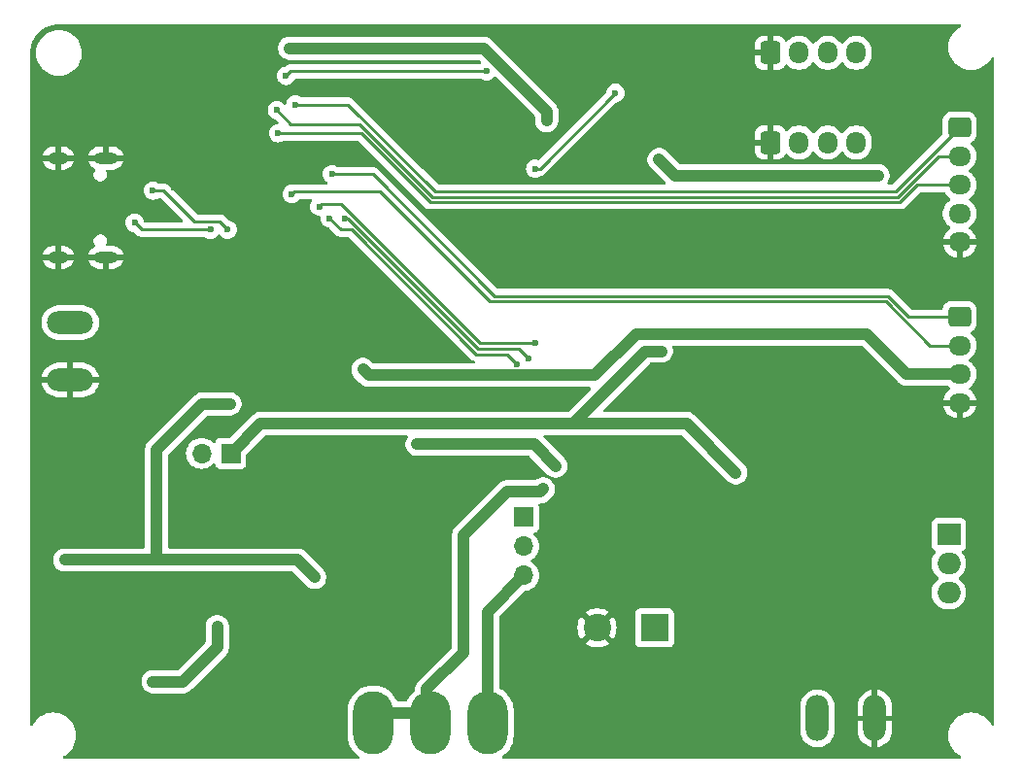
<source format=gbl>
G04 #@! TF.GenerationSoftware,KiCad,Pcbnew,8.0.3-8.0.3-0~ubuntu20.04.1*
G04 #@! TF.CreationDate,2025-03-17T01:47:29-03:00*
G04 #@! TF.ProjectId,fuente_regulable,6675656e-7465-45f7-9265-67756c61626c,rev?*
G04 #@! TF.SameCoordinates,Original*
G04 #@! TF.FileFunction,Copper,L2,Bot*
G04 #@! TF.FilePolarity,Positive*
%FSLAX46Y46*%
G04 Gerber Fmt 4.6, Leading zero omitted, Abs format (unit mm)*
G04 Created by KiCad (PCBNEW 8.0.3-8.0.3-0~ubuntu20.04.1) date 2025-03-17 01:47:29*
%MOMM*%
%LPD*%
G01*
G04 APERTURE LIST*
G04 Aperture macros list*
%AMRoundRect*
0 Rectangle with rounded corners*
0 $1 Rounding radius*
0 $2 $3 $4 $5 $6 $7 $8 $9 X,Y pos of 4 corners*
0 Add a 4 corners polygon primitive as box body*
4,1,4,$2,$3,$4,$5,$6,$7,$8,$9,$2,$3,0*
0 Add four circle primitives for the rounded corners*
1,1,$1+$1,$2,$3*
1,1,$1+$1,$4,$5*
1,1,$1+$1,$6,$7*
1,1,$1+$1,$8,$9*
0 Add four rect primitives between the rounded corners*
20,1,$1+$1,$2,$3,$4,$5,0*
20,1,$1+$1,$4,$5,$6,$7,0*
20,1,$1+$1,$6,$7,$8,$9,0*
20,1,$1+$1,$8,$9,$2,$3,0*%
G04 Aperture macros list end*
G04 #@! TA.AperFunction,ComponentPad*
%ADD10R,1.700000X1.700000*%
G04 #@! TD*
G04 #@! TA.AperFunction,ComponentPad*
%ADD11O,1.700000X1.700000*%
G04 #@! TD*
G04 #@! TA.AperFunction,ComponentPad*
%ADD12R,2.000000X1.905000*%
G04 #@! TD*
G04 #@! TA.AperFunction,ComponentPad*
%ADD13O,2.000000X1.905000*%
G04 #@! TD*
G04 #@! TA.AperFunction,ComponentPad*
%ADD14R,2.400000X2.400000*%
G04 #@! TD*
G04 #@! TA.AperFunction,ComponentPad*
%ADD15C,2.400000*%
G04 #@! TD*
G04 #@! TA.AperFunction,ComponentPad*
%ADD16O,3.500000X5.500000*%
G04 #@! TD*
G04 #@! TA.AperFunction,ComponentPad*
%ADD17O,2.100000X1.000000*%
G04 #@! TD*
G04 #@! TA.AperFunction,ComponentPad*
%ADD18O,1.800000X1.000000*%
G04 #@! TD*
G04 #@! TA.AperFunction,ComponentPad*
%ADD19RoundRect,0.250000X-0.600000X-0.725000X0.600000X-0.725000X0.600000X0.725000X-0.600000X0.725000X0*%
G04 #@! TD*
G04 #@! TA.AperFunction,ComponentPad*
%ADD20O,1.700000X1.950000*%
G04 #@! TD*
G04 #@! TA.AperFunction,ComponentPad*
%ADD21RoundRect,0.250000X-0.725000X0.600000X-0.725000X-0.600000X0.725000X-0.600000X0.725000X0.600000X0*%
G04 #@! TD*
G04 #@! TA.AperFunction,ComponentPad*
%ADD22O,1.950000X1.700000*%
G04 #@! TD*
G04 #@! TA.AperFunction,ComponentPad*
%ADD23O,2.000000X4.000000*%
G04 #@! TD*
G04 #@! TA.AperFunction,ComponentPad*
%ADD24O,4.000000X2.000000*%
G04 #@! TD*
G04 #@! TA.AperFunction,ViaPad*
%ADD25C,0.600000*%
G04 #@! TD*
G04 #@! TA.AperFunction,Conductor*
%ADD26C,1.016000*%
G04 #@! TD*
G04 #@! TA.AperFunction,Conductor*
%ADD27C,0.254000*%
G04 #@! TD*
G04 APERTURE END LIST*
D10*
X93500000Y-93475000D03*
D11*
X93500000Y-96015000D03*
X93500000Y-98555000D03*
D12*
X130555000Y-94960000D03*
D13*
X130555000Y-97500000D03*
X130555000Y-100040000D03*
D14*
X104900000Y-103100000D03*
D15*
X99900000Y-103100000D03*
D16*
X80400000Y-111400000D03*
X85400000Y-111400000D03*
X90400000Y-111400000D03*
D17*
X57105000Y-62180000D03*
D18*
X52925000Y-62180000D03*
D17*
X57105000Y-70820000D03*
D18*
X52925000Y-70820000D03*
D19*
X115000000Y-60800000D03*
D20*
X117500000Y-60800000D03*
X120000000Y-60800000D03*
X122500000Y-60800000D03*
D19*
X115000000Y-53000000D03*
D20*
X117500000Y-53000000D03*
X120000000Y-53000000D03*
X122500000Y-53000000D03*
D21*
X131500000Y-59500000D03*
D22*
X131500000Y-62000000D03*
X131500000Y-64500000D03*
X131500000Y-67000000D03*
X131500000Y-69500000D03*
D21*
X131500000Y-76000000D03*
D22*
X131500000Y-78500000D03*
X131500000Y-81000000D03*
X131500000Y-83500000D03*
D23*
X124100000Y-111000000D03*
X119100000Y-111000000D03*
D10*
X67975000Y-87900000D03*
D11*
X65435000Y-87900000D03*
D24*
X54000000Y-81500000D03*
X54000000Y-76500000D03*
D25*
X127150000Y-52900000D03*
X130550000Y-108650000D03*
X93800000Y-113450000D03*
X93300000Y-104250000D03*
X86150000Y-100400000D03*
X89885799Y-89774617D03*
X94800000Y-70750000D03*
X108000000Y-68200000D03*
X94500000Y-60900000D03*
X98100000Y-54100000D03*
X95482693Y-55844055D03*
X94950000Y-51450000D03*
X102950000Y-51350000D03*
X100350000Y-55350000D03*
X59100000Y-52950000D03*
X105150000Y-71500000D03*
X100100000Y-70050000D03*
X101150000Y-62950000D03*
X90600000Y-62400000D03*
X107650000Y-58000000D03*
X114500000Y-55200000D03*
X109150000Y-51700000D03*
X111650000Y-61700000D03*
X126250000Y-60300000D03*
X125453204Y-69024489D03*
X129450000Y-72850000D03*
X115850000Y-70600000D03*
X110400000Y-79500000D03*
X122700000Y-86500000D03*
X125950000Y-94000000D03*
X130950000Y-87700000D03*
X128350000Y-102050000D03*
X123550000Y-101800000D03*
X110050000Y-103500000D03*
X109650000Y-92300000D03*
X105150000Y-95650000D03*
X112650000Y-98250000D03*
X105150000Y-113250000D03*
X95650000Y-109750000D03*
X82600000Y-99700000D03*
X99000000Y-93200000D03*
X107600000Y-90650000D03*
X101150000Y-87400000D03*
X102229915Y-83126296D03*
X97950000Y-82600000D03*
X98150000Y-87200000D03*
X87300000Y-79800000D03*
X82250000Y-74850000D03*
X89250000Y-83350000D03*
X79150000Y-87350000D03*
X65900000Y-81300000D03*
X76500000Y-97150000D03*
X82150000Y-106800000D03*
X77150000Y-113300000D03*
X51450000Y-107550000D03*
X59350000Y-106650000D03*
X62200000Y-111050000D03*
X62050000Y-114150000D03*
X77750000Y-103950000D03*
X73650000Y-99900000D03*
X63300000Y-98700000D03*
X63500000Y-95500000D03*
X57000000Y-95000000D03*
X56500000Y-101000000D03*
X68000000Y-73000000D03*
X59000000Y-73000000D03*
X60000000Y-91000000D03*
X64000000Y-90500000D03*
X74500000Y-83500000D03*
X76000000Y-79500000D03*
X80000000Y-78000000D03*
X78500000Y-71500000D03*
X85500000Y-67000000D03*
X89000000Y-70000000D03*
X72500000Y-63000000D03*
X85000000Y-51000000D03*
X76500000Y-51000000D03*
X81500000Y-56500000D03*
X66000000Y-56500000D03*
X52000000Y-57500000D03*
X89300000Y-57100000D03*
X89700000Y-51200000D03*
X63400000Y-103100000D03*
X62800000Y-67200000D03*
X63000000Y-64700000D03*
X66200000Y-68400000D03*
X59600000Y-67800000D03*
X67700000Y-68400000D03*
X61200000Y-65000000D03*
X121100000Y-85300000D03*
X98100000Y-51800000D03*
X93900000Y-51600000D03*
X72800000Y-55000000D03*
X90300000Y-54600000D03*
X124400000Y-63700000D03*
X105300000Y-62300000D03*
X101500000Y-56500000D03*
X94500000Y-63100000D03*
X76800000Y-63573000D03*
X73300000Y-65300000D03*
X73100000Y-52600000D03*
X95500000Y-58900000D03*
X79500000Y-80600000D03*
X72100000Y-60000000D03*
X72000000Y-58000000D03*
X73600000Y-57500000D03*
X112000000Y-89600000D03*
X95200000Y-91000000D03*
X105500000Y-79000000D03*
X96300000Y-89000000D03*
X84200000Y-87100000D03*
X92900000Y-80100000D03*
X76600000Y-67427000D03*
X93900000Y-79600000D03*
X77956644Y-67443356D03*
X94500000Y-78300000D03*
X75700000Y-66400000D03*
X67900000Y-83600000D03*
X53500000Y-97200000D03*
X75300000Y-98700000D03*
X61200000Y-107800000D03*
X66800000Y-103000000D03*
X68000000Y-51500000D03*
D26*
X95200000Y-91000000D02*
X94950000Y-91250000D01*
X94950000Y-91250000D02*
X92050000Y-91250000D01*
X85050000Y-110500000D02*
X80500000Y-110500000D01*
X92050000Y-91250000D02*
X88250000Y-95050000D01*
X85050000Y-108450000D02*
X85050000Y-110500000D01*
X88250000Y-95050000D02*
X88250000Y-105250000D01*
X88250000Y-105250000D02*
X85050000Y-108450000D01*
X93500000Y-98555000D02*
X90350000Y-101705000D01*
X90350000Y-101705000D02*
X90350000Y-110350000D01*
X90350000Y-110350000D02*
X90500000Y-110500000D01*
X79500000Y-80600000D02*
X80008000Y-81108000D01*
X80008000Y-81108000D02*
X99692000Y-81108000D01*
X126900000Y-81000000D02*
X131500000Y-81000000D01*
X99692000Y-81108000D02*
X103300000Y-77500000D01*
X103300000Y-77500000D02*
X123400000Y-77500000D01*
X123400000Y-77500000D02*
X126900000Y-81000000D01*
X66800000Y-103000000D02*
X66800000Y-104800000D01*
X66800000Y-104800000D02*
X63800000Y-107800000D01*
X63800000Y-107800000D02*
X61200000Y-107800000D01*
D27*
X67700000Y-68400000D02*
X67000000Y-67700000D01*
X67000000Y-67700000D02*
X64800000Y-67700000D01*
X62100000Y-65000000D02*
X61200000Y-65000000D01*
X64800000Y-67700000D02*
X62100000Y-65000000D01*
X66200000Y-68400000D02*
X60200000Y-68400000D01*
X60200000Y-68400000D02*
X59600000Y-67800000D01*
X73200000Y-54600000D02*
X72800000Y-55000000D01*
X90300000Y-54600000D02*
X73200000Y-54600000D01*
D26*
X124400000Y-63700000D02*
X106700000Y-63700000D01*
X106700000Y-63700000D02*
X105300000Y-62300000D01*
D27*
X94500000Y-63100000D02*
X94900000Y-63100000D01*
X94900000Y-63100000D02*
X101500000Y-56500000D01*
X73500000Y-65100000D02*
X81000000Y-65100000D01*
X73300000Y-65300000D02*
X73500000Y-65100000D01*
X125054000Y-74654000D02*
X128900000Y-78500000D01*
X81000000Y-65100000D02*
X90554000Y-74654000D01*
X90554000Y-74654000D02*
X125054000Y-74654000D01*
X128900000Y-78500000D02*
X131500000Y-78500000D01*
X76800000Y-63573000D02*
X80373000Y-63573000D01*
X80373000Y-63573000D02*
X91000000Y-74200000D01*
X91000000Y-74200000D02*
X125242053Y-74200000D01*
X127042053Y-76000000D02*
X131500000Y-76000000D01*
X125242053Y-74200000D02*
X127042053Y-76000000D01*
X131500000Y-64500000D02*
X127784104Y-64500000D01*
X127784104Y-64500000D02*
X126542052Y-65742053D01*
X126542052Y-65742053D02*
X126276105Y-66008000D01*
X126276105Y-66008000D02*
X85365948Y-66008000D01*
X85365948Y-66008000D02*
X79357948Y-60000000D01*
X79357948Y-60000000D02*
X72100000Y-60000000D01*
X72000000Y-58000000D02*
X73200000Y-59200000D01*
X73200000Y-59200000D02*
X79200000Y-59200000D01*
X129642052Y-62000000D02*
X131500000Y-62000000D01*
X79200000Y-59200000D02*
X85554000Y-65554000D01*
X85554000Y-65554000D02*
X126088052Y-65554000D01*
X126088052Y-65554000D02*
X129642052Y-62000000D01*
X131500000Y-59500000D02*
X125900000Y-65100000D01*
X125900000Y-65100000D02*
X85800000Y-65100000D01*
X85800000Y-65100000D02*
X78200000Y-57500000D01*
X78200000Y-57500000D02*
X73600000Y-57500000D01*
D26*
X90000000Y-52600000D02*
X95300000Y-57900000D01*
X95300000Y-57900000D02*
X95500000Y-58100000D01*
X73100000Y-52600000D02*
X90000000Y-52600000D01*
X95500000Y-58100000D02*
X95500000Y-58900000D01*
X97800000Y-85300000D02*
X97000000Y-85300000D01*
X112000000Y-89600000D02*
X107700000Y-85300000D01*
X97000000Y-85300000D02*
X70575000Y-85300000D01*
X107700000Y-85300000D02*
X97000000Y-85300000D01*
X105500000Y-79000000D02*
X104100000Y-79000000D01*
X70575000Y-85300000D02*
X67975000Y-87900000D01*
X104100000Y-79000000D02*
X97800000Y-85300000D01*
X94400000Y-87100000D02*
X84200000Y-87100000D01*
X96300000Y-89000000D02*
X94400000Y-87100000D01*
D27*
X92900000Y-80100000D02*
X92054000Y-79254000D01*
X92054000Y-79254000D02*
X89369895Y-79254000D01*
X89369895Y-79254000D02*
X78515895Y-68400000D01*
X78515895Y-68400000D02*
X77573000Y-68400000D01*
X77573000Y-68400000D02*
X76600000Y-67427000D01*
X77956644Y-67443356D02*
X78201304Y-67443356D01*
X78201304Y-67443356D02*
X89557948Y-78800000D01*
X89557948Y-78800000D02*
X93100000Y-78800000D01*
X93100000Y-78800000D02*
X93900000Y-79600000D01*
X75700000Y-66400000D02*
X75900000Y-66200000D01*
X75900000Y-66200000D02*
X77600000Y-66200000D01*
X77600000Y-66200000D02*
X89700000Y-78300000D01*
X89700000Y-78300000D02*
X94500000Y-78300000D01*
D26*
X67900000Y-83600000D02*
X65500000Y-83600000D01*
X65500000Y-83600000D02*
X61500000Y-87600000D01*
X61500000Y-87600000D02*
X61500000Y-97200000D01*
X73800000Y-97200000D02*
X61500000Y-97200000D01*
X61500000Y-97200000D02*
X53500000Y-97200000D01*
X75300000Y-98700000D02*
X73800000Y-97200000D01*
G04 #@! TA.AperFunction,Conductor*
G36*
X131568783Y-50520185D02*
G01*
X131614538Y-50572989D01*
X131624482Y-50642147D01*
X131595457Y-50705703D01*
X131561171Y-50733332D01*
X131415690Y-50812770D01*
X131415682Y-50812775D01*
X131186612Y-50984254D01*
X131186594Y-50984270D01*
X130984270Y-51186594D01*
X130984254Y-51186612D01*
X130812775Y-51415682D01*
X130812770Y-51415690D01*
X130675635Y-51666833D01*
X130575628Y-51934962D01*
X130514804Y-52214566D01*
X130494390Y-52499998D01*
X130494390Y-52500001D01*
X130514804Y-52785433D01*
X130575628Y-53065037D01*
X130575630Y-53065043D01*
X130575631Y-53065046D01*
X130660153Y-53291657D01*
X130675635Y-53333166D01*
X130812770Y-53584309D01*
X130812775Y-53584317D01*
X130984254Y-53813387D01*
X130984270Y-53813405D01*
X131186594Y-54015729D01*
X131186612Y-54015745D01*
X131415682Y-54187224D01*
X131415690Y-54187229D01*
X131666833Y-54324364D01*
X131666832Y-54324364D01*
X131666836Y-54324365D01*
X131666839Y-54324367D01*
X131934954Y-54424369D01*
X131934960Y-54424370D01*
X131934962Y-54424371D01*
X132214566Y-54485195D01*
X132214568Y-54485195D01*
X132214572Y-54485196D01*
X132468220Y-54503337D01*
X132499999Y-54505610D01*
X132500000Y-54505610D01*
X132500001Y-54505610D01*
X132528595Y-54503564D01*
X132785428Y-54485196D01*
X132880544Y-54464505D01*
X133065037Y-54424371D01*
X133065037Y-54424370D01*
X133065046Y-54424369D01*
X133333161Y-54324367D01*
X133584315Y-54187226D01*
X133813395Y-54015739D01*
X134015739Y-53813395D01*
X134187226Y-53584315D01*
X134236694Y-53493721D01*
X134266668Y-53438829D01*
X134316073Y-53389424D01*
X134384346Y-53374572D01*
X134449811Y-53398989D01*
X134491682Y-53454923D01*
X134499500Y-53498256D01*
X134499500Y-111501743D01*
X134479815Y-111568782D01*
X134427011Y-111614537D01*
X134357853Y-111624481D01*
X134294297Y-111595456D01*
X134266668Y-111561170D01*
X134187229Y-111415690D01*
X134187224Y-111415682D01*
X134015745Y-111186612D01*
X134015729Y-111186594D01*
X133813405Y-110984270D01*
X133813387Y-110984254D01*
X133584317Y-110812775D01*
X133584309Y-110812770D01*
X133333166Y-110675635D01*
X133333167Y-110675635D01*
X133215083Y-110631592D01*
X133065046Y-110575631D01*
X133065043Y-110575630D01*
X133065037Y-110575628D01*
X132785433Y-110514804D01*
X132500001Y-110494390D01*
X132499999Y-110494390D01*
X132214566Y-110514804D01*
X131934962Y-110575628D01*
X131666833Y-110675635D01*
X131415690Y-110812770D01*
X131415682Y-110812775D01*
X131186612Y-110984254D01*
X131186594Y-110984270D01*
X130984270Y-111186594D01*
X130984254Y-111186612D01*
X130812775Y-111415682D01*
X130812770Y-111415690D01*
X130675635Y-111666833D01*
X130575628Y-111934962D01*
X130514804Y-112214566D01*
X130494390Y-112499998D01*
X130494390Y-112500001D01*
X130514804Y-112785433D01*
X130575628Y-113065037D01*
X130575630Y-113065043D01*
X130575631Y-113065046D01*
X130657052Y-113283343D01*
X130675635Y-113333166D01*
X130812770Y-113584309D01*
X130812775Y-113584317D01*
X130984254Y-113813387D01*
X130984270Y-113813405D01*
X131186594Y-114015729D01*
X131186612Y-114015745D01*
X131415682Y-114187224D01*
X131415690Y-114187229D01*
X131561171Y-114266668D01*
X131610576Y-114316073D01*
X131625428Y-114384346D01*
X131601011Y-114449811D01*
X131545077Y-114491682D01*
X131501744Y-114499500D01*
X91726022Y-114499500D01*
X91658983Y-114479815D01*
X91613228Y-114427011D01*
X91603284Y-114357853D01*
X91632309Y-114294297D01*
X91650536Y-114277124D01*
X91652994Y-114275238D01*
X91887042Y-114095646D01*
X92095646Y-113887042D01*
X92275238Y-113652994D01*
X92422743Y-113397507D01*
X92535639Y-113124952D01*
X92611993Y-112839993D01*
X92650500Y-112547506D01*
X92650500Y-110252494D01*
X92611993Y-109960007D01*
X92591065Y-109881902D01*
X117599500Y-109881902D01*
X117599500Y-112118097D01*
X117636446Y-112351368D01*
X117709433Y-112575996D01*
X117770066Y-112694993D01*
X117816657Y-112786433D01*
X117955483Y-112977510D01*
X118122490Y-113144517D01*
X118313567Y-113283343D01*
X118407205Y-113331054D01*
X118524003Y-113390566D01*
X118524005Y-113390566D01*
X118524008Y-113390568D01*
X118625110Y-113423418D01*
X118748631Y-113463553D01*
X118981903Y-113500500D01*
X118981908Y-113500500D01*
X119218097Y-113500500D01*
X119451368Y-113463553D01*
X119452876Y-113463063D01*
X119675992Y-113390568D01*
X119886433Y-113283343D01*
X120077510Y-113144517D01*
X120244517Y-112977510D01*
X120383343Y-112786433D01*
X120490568Y-112575992D01*
X120563553Y-112351368D01*
X120570896Y-112305007D01*
X120600500Y-112118097D01*
X120600500Y-109881947D01*
X122600000Y-109881947D01*
X122600000Y-110750000D01*
X123551518Y-110750000D01*
X123540889Y-110768409D01*
X123500000Y-110921009D01*
X123500000Y-111078991D01*
X123540889Y-111231591D01*
X123551518Y-111250000D01*
X122600000Y-111250000D01*
X122600000Y-112118052D01*
X122636934Y-112351247D01*
X122709897Y-112575802D01*
X122817085Y-112786171D01*
X122955866Y-112977186D01*
X123122813Y-113144133D01*
X123313828Y-113282914D01*
X123524195Y-113390102D01*
X123748744Y-113463063D01*
X123748750Y-113463065D01*
X123850000Y-113479101D01*
X123850000Y-111548482D01*
X123868409Y-111559111D01*
X124021009Y-111600000D01*
X124178991Y-111600000D01*
X124331591Y-111559111D01*
X124350000Y-111548482D01*
X124350000Y-113479100D01*
X124451249Y-113463065D01*
X124451255Y-113463063D01*
X124675804Y-113390102D01*
X124886171Y-113282914D01*
X125077186Y-113144133D01*
X125244133Y-112977186D01*
X125382914Y-112786171D01*
X125490102Y-112575802D01*
X125563065Y-112351247D01*
X125600000Y-112118052D01*
X125600000Y-111250000D01*
X124648482Y-111250000D01*
X124659111Y-111231591D01*
X124700000Y-111078991D01*
X124700000Y-110921009D01*
X124659111Y-110768409D01*
X124648482Y-110750000D01*
X125600000Y-110750000D01*
X125600000Y-109881947D01*
X125563065Y-109648752D01*
X125490102Y-109424197D01*
X125382914Y-109213828D01*
X125244133Y-109022813D01*
X125077186Y-108855866D01*
X124886171Y-108717085D01*
X124675802Y-108609897D01*
X124451247Y-108536934D01*
X124350000Y-108520897D01*
X124350000Y-110451517D01*
X124331591Y-110440889D01*
X124178991Y-110400000D01*
X124021009Y-110400000D01*
X123868409Y-110440889D01*
X123850000Y-110451517D01*
X123850000Y-108520897D01*
X123748752Y-108536934D01*
X123524197Y-108609897D01*
X123313828Y-108717085D01*
X123122813Y-108855866D01*
X122955866Y-109022813D01*
X122817085Y-109213828D01*
X122709897Y-109424197D01*
X122636934Y-109648752D01*
X122600000Y-109881947D01*
X120600500Y-109881947D01*
X120600500Y-109881902D01*
X120563553Y-109648631D01*
X120529689Y-109544412D01*
X120490568Y-109424008D01*
X120490566Y-109424005D01*
X120490566Y-109424003D01*
X120434002Y-109312991D01*
X120383343Y-109213567D01*
X120244517Y-109022490D01*
X120077510Y-108855483D01*
X119886433Y-108716657D01*
X119841411Y-108693717D01*
X119675996Y-108609433D01*
X119451368Y-108536446D01*
X119218097Y-108499500D01*
X119218092Y-108499500D01*
X118981908Y-108499500D01*
X118981903Y-108499500D01*
X118748631Y-108536446D01*
X118524003Y-108609433D01*
X118313566Y-108716657D01*
X118240499Y-108769744D01*
X118122490Y-108855483D01*
X118122488Y-108855485D01*
X118122487Y-108855485D01*
X117955485Y-109022487D01*
X117955485Y-109022488D01*
X117955483Y-109022490D01*
X117895862Y-109104550D01*
X117816657Y-109213566D01*
X117709433Y-109424003D01*
X117636446Y-109648631D01*
X117599500Y-109881902D01*
X92591065Y-109881902D01*
X92535639Y-109675048D01*
X92422743Y-109402493D01*
X92275238Y-109147006D01*
X92095646Y-108912958D01*
X92095641Y-108912952D01*
X91887047Y-108704358D01*
X91887040Y-108704352D01*
X91652993Y-108524761D01*
X91420500Y-108390531D01*
X91372284Y-108339964D01*
X91358500Y-108283144D01*
X91358500Y-103099995D01*
X98195233Y-103099995D01*
X98195233Y-103100004D01*
X98214273Y-103354079D01*
X98270968Y-103602477D01*
X98270973Y-103602494D01*
X98364058Y-103839671D01*
X98364057Y-103839671D01*
X98491454Y-104060327D01*
X98491461Y-104060338D01*
X98533452Y-104112991D01*
X98533453Y-104112992D01*
X99335387Y-103311058D01*
X99340889Y-103331591D01*
X99419881Y-103468408D01*
X99531592Y-103580119D01*
X99668409Y-103659111D01*
X99688940Y-103664612D01*
X98886813Y-104466738D01*
X99047616Y-104576371D01*
X99047624Y-104576376D01*
X99277176Y-104686921D01*
X99277174Y-104686921D01*
X99520652Y-104762024D01*
X99520658Y-104762026D01*
X99772595Y-104799999D01*
X99772604Y-104800000D01*
X100027396Y-104800000D01*
X100027404Y-104799999D01*
X100279341Y-104762026D01*
X100279347Y-104762024D01*
X100522824Y-104686921D01*
X100752376Y-104576376D01*
X100752377Y-104576375D01*
X100913185Y-104466738D01*
X100111060Y-103664612D01*
X100131591Y-103659111D01*
X100268408Y-103580119D01*
X100380119Y-103468408D01*
X100459111Y-103331591D01*
X100464612Y-103311059D01*
X101266544Y-104112992D01*
X101266546Y-104112991D01*
X101308544Y-104060330D01*
X101435941Y-103839671D01*
X101529026Y-103602494D01*
X101529031Y-103602477D01*
X101585726Y-103354079D01*
X101604767Y-103100004D01*
X101604767Y-103099995D01*
X101585726Y-102845920D01*
X101529031Y-102597522D01*
X101529026Y-102597505D01*
X101435941Y-102360328D01*
X101435942Y-102360328D01*
X101308545Y-102139672D01*
X101266545Y-102087006D01*
X100464612Y-102888939D01*
X100459111Y-102868409D01*
X100380119Y-102731592D01*
X100268408Y-102619881D01*
X100131591Y-102540889D01*
X100111059Y-102535387D01*
X100794310Y-101852135D01*
X103199500Y-101852135D01*
X103199500Y-104347870D01*
X103199501Y-104347876D01*
X103205908Y-104407483D01*
X103256202Y-104542328D01*
X103256206Y-104542335D01*
X103342452Y-104657544D01*
X103342455Y-104657547D01*
X103457664Y-104743793D01*
X103457671Y-104743797D01*
X103592517Y-104794091D01*
X103592516Y-104794091D01*
X103599444Y-104794835D01*
X103652127Y-104800500D01*
X106147872Y-104800499D01*
X106207483Y-104794091D01*
X106342331Y-104743796D01*
X106457546Y-104657546D01*
X106543796Y-104542331D01*
X106594091Y-104407483D01*
X106600500Y-104347873D01*
X106600499Y-101852128D01*
X106594091Y-101792517D01*
X106571989Y-101733259D01*
X106543797Y-101657671D01*
X106543793Y-101657664D01*
X106457547Y-101542455D01*
X106457544Y-101542452D01*
X106342335Y-101456206D01*
X106342328Y-101456202D01*
X106207482Y-101405908D01*
X106207483Y-101405908D01*
X106147883Y-101399501D01*
X106147881Y-101399500D01*
X106147873Y-101399500D01*
X106147864Y-101399500D01*
X103652129Y-101399500D01*
X103652123Y-101399501D01*
X103592516Y-101405908D01*
X103457671Y-101456202D01*
X103457664Y-101456206D01*
X103342455Y-101542452D01*
X103342452Y-101542455D01*
X103256206Y-101657664D01*
X103256202Y-101657671D01*
X103205908Y-101792517D01*
X103199501Y-101852116D01*
X103199501Y-101852123D01*
X103199500Y-101852135D01*
X100794310Y-101852135D01*
X100913185Y-101733260D01*
X100752384Y-101623628D01*
X100752376Y-101623623D01*
X100522823Y-101513078D01*
X100522825Y-101513078D01*
X100279347Y-101437975D01*
X100279341Y-101437973D01*
X100027404Y-101400000D01*
X99772595Y-101400000D01*
X99520658Y-101437973D01*
X99520652Y-101437975D01*
X99277175Y-101513078D01*
X99047622Y-101623625D01*
X99047609Y-101623632D01*
X98886813Y-101733259D01*
X99688941Y-102535387D01*
X99668409Y-102540889D01*
X99531592Y-102619881D01*
X99419881Y-102731592D01*
X99340889Y-102868409D01*
X99335387Y-102888940D01*
X98533452Y-102087006D01*
X98491457Y-102139667D01*
X98364058Y-102360328D01*
X98270973Y-102597505D01*
X98270968Y-102597522D01*
X98214273Y-102845920D01*
X98195233Y-103099995D01*
X91358500Y-103099995D01*
X91358500Y-102174096D01*
X91378185Y-102107057D01*
X91394819Y-102086415D01*
X92419115Y-101062119D01*
X93545430Y-99935803D01*
X93606751Y-99902320D01*
X93622294Y-99899959D01*
X93735408Y-99890063D01*
X93963663Y-99828903D01*
X94177830Y-99729035D01*
X94371401Y-99593495D01*
X94538495Y-99426401D01*
X94674035Y-99232830D01*
X94773903Y-99018663D01*
X94835063Y-98790408D01*
X94855659Y-98555000D01*
X94835063Y-98319592D01*
X94773903Y-98091337D01*
X94674035Y-97877171D01*
X94650025Y-97842880D01*
X94538494Y-97683597D01*
X94371402Y-97516506D01*
X94371396Y-97516501D01*
X94185842Y-97386575D01*
X94142217Y-97331998D01*
X94135023Y-97262500D01*
X94166546Y-97200145D01*
X94185842Y-97183425D01*
X94219653Y-97159750D01*
X94371401Y-97053495D01*
X94538495Y-96886401D01*
X94674035Y-96692830D01*
X94773903Y-96478663D01*
X94835063Y-96250408D01*
X94855659Y-96015000D01*
X94835063Y-95779592D01*
X94773903Y-95551337D01*
X94674035Y-95337171D01*
X94538495Y-95143599D01*
X94416567Y-95021671D01*
X94383084Y-94960351D01*
X94388068Y-94890659D01*
X94429939Y-94834725D01*
X94460915Y-94817810D01*
X94592331Y-94768796D01*
X94707546Y-94682546D01*
X94793796Y-94567331D01*
X94844091Y-94432483D01*
X94850500Y-94372873D01*
X94850500Y-93959635D01*
X129054500Y-93959635D01*
X129054500Y-95960370D01*
X129054501Y-95960376D01*
X129060908Y-96019983D01*
X129111202Y-96154828D01*
X129111206Y-96154835D01*
X129197452Y-96270044D01*
X129197454Y-96270046D01*
X129312664Y-96356293D01*
X129312669Y-96356296D01*
X129340539Y-96366690D01*
X129396473Y-96408561D01*
X129420891Y-96474024D01*
X129406040Y-96542298D01*
X129397525Y-96555759D01*
X129264783Y-96738461D01*
X129160950Y-96942244D01*
X129090278Y-97159750D01*
X129090278Y-97159753D01*
X129070441Y-97285000D01*
X129054500Y-97385646D01*
X129054500Y-97614354D01*
X129072389Y-97727299D01*
X129090278Y-97840246D01*
X129090278Y-97840249D01*
X129160950Y-98057755D01*
X129218012Y-98169745D01*
X129264783Y-98261538D01*
X129399214Y-98446566D01*
X129560934Y-98608286D01*
X129630423Y-98658773D01*
X129645438Y-98669682D01*
X129688103Y-98725013D01*
X129694082Y-98794626D01*
X129661476Y-98856421D01*
X129645438Y-98870318D01*
X129560932Y-98931715D01*
X129399216Y-99093431D01*
X129399216Y-99093432D01*
X129399214Y-99093434D01*
X129341480Y-99172896D01*
X129264783Y-99278461D01*
X129160950Y-99482244D01*
X129090278Y-99699750D01*
X129090278Y-99699753D01*
X129054500Y-99925646D01*
X129054500Y-100154353D01*
X129090278Y-100380246D01*
X129090278Y-100380249D01*
X129160950Y-100597755D01*
X129160952Y-100597758D01*
X129264783Y-100801538D01*
X129399214Y-100986566D01*
X129560934Y-101148286D01*
X129745962Y-101282717D01*
X129949742Y-101386548D01*
X129949744Y-101386549D01*
X130167251Y-101457221D01*
X130167252Y-101457221D01*
X130167255Y-101457222D01*
X130393146Y-101493000D01*
X130393147Y-101493000D01*
X130716853Y-101493000D01*
X130716854Y-101493000D01*
X130942745Y-101457222D01*
X130942748Y-101457221D01*
X130942749Y-101457221D01*
X131160255Y-101386549D01*
X131160255Y-101386548D01*
X131160258Y-101386548D01*
X131364038Y-101282717D01*
X131549066Y-101148286D01*
X131710786Y-100986566D01*
X131845217Y-100801538D01*
X131949048Y-100597758D01*
X132019722Y-100380245D01*
X132055500Y-100154354D01*
X132055500Y-99925646D01*
X132019722Y-99699755D01*
X132019721Y-99699751D01*
X132019721Y-99699750D01*
X131949049Y-99482244D01*
X131920596Y-99426402D01*
X131845217Y-99278462D01*
X131710786Y-99093434D01*
X131549066Y-98931714D01*
X131464559Y-98870316D01*
X131421896Y-98814988D01*
X131415917Y-98745375D01*
X131448523Y-98683580D01*
X131464556Y-98669685D01*
X131549066Y-98608286D01*
X131710786Y-98446566D01*
X131845217Y-98261538D01*
X131949048Y-98057758D01*
X132019722Y-97840245D01*
X132055500Y-97614354D01*
X132055500Y-97385646D01*
X132019722Y-97159755D01*
X132019721Y-97159751D01*
X132019721Y-97159750D01*
X131949049Y-96942244D01*
X131920596Y-96886402D01*
X131845217Y-96738462D01*
X131712472Y-96555755D01*
X131688994Y-96489953D01*
X131704819Y-96421899D01*
X131754925Y-96373204D01*
X131769455Y-96366692D01*
X131797331Y-96356296D01*
X131912546Y-96270046D01*
X131998796Y-96154831D01*
X132049091Y-96019983D01*
X132055500Y-95960373D01*
X132055499Y-93959628D01*
X132049091Y-93900017D01*
X131998796Y-93765169D01*
X131998795Y-93765168D01*
X131998793Y-93765164D01*
X131912547Y-93649955D01*
X131912544Y-93649952D01*
X131797335Y-93563706D01*
X131797328Y-93563702D01*
X131662482Y-93513408D01*
X131662483Y-93513408D01*
X131602883Y-93507001D01*
X131602881Y-93507000D01*
X131602873Y-93507000D01*
X131602864Y-93507000D01*
X129507129Y-93507000D01*
X129507123Y-93507001D01*
X129447516Y-93513408D01*
X129312671Y-93563702D01*
X129312664Y-93563706D01*
X129197455Y-93649952D01*
X129197452Y-93649955D01*
X129111206Y-93765164D01*
X129111202Y-93765171D01*
X129060908Y-93900017D01*
X129054501Y-93959616D01*
X129054501Y-93959623D01*
X129054500Y-93959635D01*
X94850500Y-93959635D01*
X94850499Y-92577128D01*
X94844091Y-92517517D01*
X94809894Y-92425832D01*
X94804911Y-92356142D01*
X94838396Y-92294819D01*
X94899719Y-92261334D01*
X94926077Y-92258500D01*
X95049330Y-92258500D01*
X95049331Y-92258499D01*
X95244169Y-92219744D01*
X95427704Y-92143721D01*
X95592881Y-92033353D01*
X95733353Y-91892881D01*
X95983353Y-91642881D01*
X96093721Y-91477704D01*
X96169744Y-91294169D01*
X96208499Y-91099329D01*
X96208499Y-90900672D01*
X96169744Y-90705832D01*
X96093721Y-90522297D01*
X96093720Y-90522296D01*
X96093717Y-90522290D01*
X95983353Y-90357119D01*
X95983350Y-90357115D01*
X95842884Y-90216649D01*
X95842880Y-90216646D01*
X95677709Y-90106282D01*
X95677700Y-90106277D01*
X95494170Y-90030257D01*
X95494171Y-90030257D01*
X95494168Y-90030256D01*
X95494164Y-90030255D01*
X95494160Y-90030254D01*
X95299332Y-89991501D01*
X95299328Y-89991501D01*
X95100671Y-89991501D01*
X95100666Y-89991501D01*
X94905838Y-90030254D01*
X94905828Y-90030257D01*
X94722298Y-90106277D01*
X94722289Y-90106282D01*
X94552054Y-90220031D01*
X94550587Y-90217835D01*
X94496801Y-90240669D01*
X94482467Y-90241500D01*
X91950666Y-90241500D01*
X91755838Y-90280253D01*
X91755838Y-90280254D01*
X91755835Y-90280255D01*
X91755831Y-90280256D01*
X91679809Y-90311745D01*
X91679807Y-90311745D01*
X91572294Y-90356278D01*
X91407123Y-90466642D01*
X91407115Y-90466648D01*
X88223814Y-93649952D01*
X87607119Y-94266647D01*
X87536882Y-94336884D01*
X87466645Y-94407120D01*
X87356282Y-94572289D01*
X87356277Y-94572298D01*
X87280256Y-94755830D01*
X87280254Y-94755838D01*
X87241500Y-94950666D01*
X87241500Y-104780904D01*
X87221815Y-104847943D01*
X87205181Y-104868585D01*
X84407119Y-107666647D01*
X84336882Y-107736884D01*
X84266645Y-107807120D01*
X84156282Y-107972289D01*
X84156277Y-107972298D01*
X84080256Y-108155830D01*
X84080254Y-108155838D01*
X84041500Y-108350666D01*
X84041500Y-108544569D01*
X84021815Y-108611608D01*
X83992988Y-108642944D01*
X83912955Y-108704356D01*
X83912952Y-108704359D01*
X83704357Y-108912953D01*
X83704352Y-108912959D01*
X83524761Y-109147006D01*
X83377258Y-109402489D01*
X83377253Y-109402501D01*
X83372097Y-109414950D01*
X83328257Y-109469355D01*
X83261963Y-109491421D01*
X83257535Y-109491500D01*
X82542465Y-109491500D01*
X82475426Y-109471815D01*
X82429671Y-109419011D01*
X82427903Y-109414950D01*
X82422746Y-109402501D01*
X82422741Y-109402489D01*
X82275238Y-109147006D01*
X82095647Y-108912959D01*
X82095641Y-108912952D01*
X81887047Y-108704358D01*
X81887040Y-108704352D01*
X81652993Y-108524761D01*
X81397510Y-108377258D01*
X81397500Y-108377254D01*
X81124961Y-108264364D01*
X81124954Y-108264362D01*
X81124952Y-108264361D01*
X80839993Y-108188007D01*
X80791113Y-108181571D01*
X80547513Y-108149500D01*
X80547506Y-108149500D01*
X80252494Y-108149500D01*
X80252486Y-108149500D01*
X79974085Y-108186153D01*
X79960007Y-108188007D01*
X79675048Y-108264361D01*
X79675038Y-108264364D01*
X79402499Y-108377254D01*
X79402489Y-108377258D01*
X79147006Y-108524761D01*
X78912959Y-108704352D01*
X78912952Y-108704358D01*
X78704358Y-108912952D01*
X78704352Y-108912959D01*
X78524761Y-109147006D01*
X78377258Y-109402489D01*
X78377254Y-109402499D01*
X78264364Y-109675038D01*
X78264361Y-109675048D01*
X78208934Y-109881908D01*
X78188008Y-109960004D01*
X78188006Y-109960015D01*
X78149500Y-110252486D01*
X78149500Y-112547513D01*
X78163948Y-112657250D01*
X78188007Y-112839993D01*
X78264361Y-113124951D01*
X78264364Y-113124961D01*
X78377254Y-113397500D01*
X78377258Y-113397510D01*
X78524761Y-113652993D01*
X78704352Y-113887040D01*
X78704358Y-113887047D01*
X78912952Y-114095641D01*
X78912958Y-114095646D01*
X79135837Y-114266668D01*
X79149464Y-114277124D01*
X79190667Y-114333552D01*
X79194822Y-114403298D01*
X79160610Y-114464218D01*
X79098892Y-114496971D01*
X79073978Y-114499500D01*
X53498256Y-114499500D01*
X53431217Y-114479815D01*
X53385462Y-114427011D01*
X53375518Y-114357853D01*
X53404543Y-114294297D01*
X53438829Y-114266668D01*
X53516982Y-114223992D01*
X53584315Y-114187226D01*
X53813395Y-114015739D01*
X54015739Y-113813395D01*
X54187226Y-113584315D01*
X54324367Y-113333161D01*
X54424369Y-113065046D01*
X54485196Y-112785428D01*
X54505610Y-112500000D01*
X54485196Y-112214572D01*
X54464199Y-112118052D01*
X54424371Y-111934962D01*
X54424370Y-111934960D01*
X54424369Y-111934954D01*
X54324367Y-111666839D01*
X54305616Y-111632500D01*
X54187229Y-111415690D01*
X54187224Y-111415682D01*
X54015745Y-111186612D01*
X54015729Y-111186594D01*
X53813405Y-110984270D01*
X53813387Y-110984254D01*
X53584317Y-110812775D01*
X53584309Y-110812770D01*
X53333166Y-110675635D01*
X53333167Y-110675635D01*
X53215083Y-110631592D01*
X53065046Y-110575631D01*
X53065043Y-110575630D01*
X53065037Y-110575628D01*
X52785433Y-110514804D01*
X52500001Y-110494390D01*
X52499999Y-110494390D01*
X52214566Y-110514804D01*
X51934962Y-110575628D01*
X51666833Y-110675635D01*
X51415690Y-110812770D01*
X51415682Y-110812775D01*
X51186612Y-110984254D01*
X51186594Y-110984270D01*
X50984270Y-111186594D01*
X50984254Y-111186612D01*
X50812775Y-111415682D01*
X50812770Y-111415690D01*
X50733332Y-111561170D01*
X50683926Y-111610575D01*
X50615653Y-111625427D01*
X50550189Y-111601010D01*
X50508318Y-111545076D01*
X50500500Y-111501743D01*
X50500500Y-107700666D01*
X60191500Y-107700666D01*
X60191500Y-107899333D01*
X60230254Y-108094161D01*
X60230256Y-108094169D01*
X60306277Y-108277701D01*
X60306282Y-108277710D01*
X60416646Y-108442880D01*
X60416649Y-108442884D01*
X60557115Y-108583350D01*
X60557119Y-108583353D01*
X60722289Y-108693717D01*
X60722295Y-108693720D01*
X60722296Y-108693721D01*
X60905831Y-108769744D01*
X61100666Y-108808499D01*
X61100670Y-108808500D01*
X61100671Y-108808500D01*
X63899330Y-108808500D01*
X63899331Y-108808499D01*
X64094169Y-108769744D01*
X64277704Y-108693721D01*
X64442881Y-108583353D01*
X64583353Y-108442881D01*
X64641912Y-108384322D01*
X64641924Y-108384308D01*
X67583354Y-105442881D01*
X67693722Y-105277703D01*
X67738254Y-105170191D01*
X67769744Y-105094169D01*
X67808500Y-104899329D01*
X67808500Y-102900671D01*
X67769744Y-102705831D01*
X67693721Y-102522296D01*
X67693720Y-102522295D01*
X67693717Y-102522289D01*
X67583353Y-102357119D01*
X67583350Y-102357115D01*
X67442884Y-102216649D01*
X67442880Y-102216646D01*
X67277710Y-102106282D01*
X67277701Y-102106277D01*
X67094169Y-102030256D01*
X67094161Y-102030254D01*
X66899333Y-101991500D01*
X66899329Y-101991500D01*
X66700671Y-101991500D01*
X66700666Y-101991500D01*
X66505838Y-102030254D01*
X66505830Y-102030256D01*
X66322298Y-102106277D01*
X66322289Y-102106282D01*
X66157119Y-102216646D01*
X66157115Y-102216649D01*
X66016649Y-102357115D01*
X66016646Y-102357119D01*
X65906282Y-102522289D01*
X65906277Y-102522298D01*
X65830256Y-102705830D01*
X65830254Y-102705838D01*
X65791500Y-102900666D01*
X65791500Y-104330903D01*
X65771815Y-104397942D01*
X65755181Y-104418584D01*
X63418585Y-106755181D01*
X63357262Y-106788666D01*
X63330904Y-106791500D01*
X61100666Y-106791500D01*
X60905838Y-106830254D01*
X60905830Y-106830256D01*
X60722298Y-106906277D01*
X60722289Y-106906282D01*
X60557119Y-107016646D01*
X60557115Y-107016649D01*
X60416649Y-107157115D01*
X60416646Y-107157119D01*
X60306282Y-107322289D01*
X60306277Y-107322298D01*
X60230256Y-107505830D01*
X60230254Y-107505838D01*
X60191500Y-107700666D01*
X50500500Y-107700666D01*
X50500500Y-97100666D01*
X52491500Y-97100666D01*
X52491500Y-97299333D01*
X52530254Y-97494161D01*
X52530256Y-97494169D01*
X52606277Y-97677701D01*
X52606282Y-97677710D01*
X52716646Y-97842880D01*
X52716649Y-97842884D01*
X52857115Y-97983350D01*
X52857119Y-97983353D01*
X53022289Y-98093717D01*
X53022295Y-98093720D01*
X53022296Y-98093721D01*
X53205831Y-98169744D01*
X53400666Y-98208499D01*
X53400670Y-98208500D01*
X53400671Y-98208500D01*
X61400671Y-98208500D01*
X73330904Y-98208500D01*
X73397943Y-98228185D01*
X73418585Y-98244819D01*
X74657115Y-99483350D01*
X74657119Y-99483353D01*
X74822289Y-99593717D01*
X74822295Y-99593720D01*
X74822296Y-99593721D01*
X75005831Y-99669744D01*
X75156686Y-99699750D01*
X75200666Y-99708498D01*
X75200670Y-99708499D01*
X75200671Y-99708499D01*
X75399329Y-99708499D01*
X75399330Y-99708498D01*
X75594168Y-99669744D01*
X75777703Y-99593721D01*
X75942881Y-99483353D01*
X76083353Y-99342881D01*
X76193721Y-99177703D01*
X76269744Y-98994168D01*
X76308499Y-98799328D01*
X76308499Y-98600671D01*
X76269744Y-98405831D01*
X76193721Y-98222296D01*
X76193720Y-98222295D01*
X76193717Y-98222289D01*
X76083353Y-98057119D01*
X76083350Y-98057115D01*
X74442884Y-96416649D01*
X74442880Y-96416646D01*
X74277710Y-96306282D01*
X74277701Y-96306277D01*
X74190230Y-96270046D01*
X74094169Y-96230256D01*
X74094161Y-96230254D01*
X73899333Y-96191500D01*
X73899329Y-96191500D01*
X62632500Y-96191500D01*
X62565461Y-96171815D01*
X62519706Y-96119011D01*
X62508500Y-96067500D01*
X62508500Y-88069096D01*
X62528185Y-88002057D01*
X62544819Y-87981415D01*
X62626235Y-87899999D01*
X64079341Y-87899999D01*
X64079341Y-87900000D01*
X64099936Y-88135403D01*
X64099938Y-88135413D01*
X64161094Y-88363655D01*
X64161096Y-88363659D01*
X64161097Y-88363663D01*
X64235067Y-88522292D01*
X64260965Y-88577830D01*
X64260967Y-88577834D01*
X64350592Y-88705830D01*
X64396505Y-88771401D01*
X64563599Y-88938495D01*
X64660384Y-89006265D01*
X64757165Y-89074032D01*
X64757167Y-89074033D01*
X64757170Y-89074035D01*
X64971337Y-89173903D01*
X65199592Y-89235063D01*
X65376034Y-89250500D01*
X65434999Y-89255659D01*
X65435000Y-89255659D01*
X65435001Y-89255659D01*
X65493966Y-89250500D01*
X65670408Y-89235063D01*
X65898663Y-89173903D01*
X66112830Y-89074035D01*
X66306401Y-88938495D01*
X66428329Y-88816566D01*
X66489648Y-88783084D01*
X66559340Y-88788068D01*
X66615274Y-88829939D01*
X66632189Y-88860917D01*
X66681202Y-88992328D01*
X66681206Y-88992335D01*
X66767452Y-89107544D01*
X66767455Y-89107547D01*
X66882664Y-89193793D01*
X66882671Y-89193797D01*
X67017517Y-89244091D01*
X67017516Y-89244091D01*
X67024444Y-89244835D01*
X67077127Y-89250500D01*
X68872872Y-89250499D01*
X68932483Y-89244091D01*
X69067331Y-89193796D01*
X69182546Y-89107546D01*
X69268796Y-88992331D01*
X69319091Y-88857483D01*
X69325500Y-88797873D01*
X69325499Y-88027094D01*
X69345183Y-87960056D01*
X69361813Y-87939419D01*
X70956415Y-86344819D01*
X71017738Y-86311334D01*
X71044096Y-86308500D01*
X83283963Y-86308500D01*
X83351002Y-86328185D01*
X83396757Y-86380989D01*
X83406701Y-86450147D01*
X83387065Y-86501391D01*
X83306282Y-86622289D01*
X83306277Y-86622298D01*
X83230256Y-86805830D01*
X83230254Y-86805838D01*
X83191500Y-87000666D01*
X83191500Y-87199333D01*
X83230254Y-87394161D01*
X83230256Y-87394169D01*
X83306277Y-87577701D01*
X83306282Y-87577710D01*
X83416646Y-87742880D01*
X83416649Y-87742884D01*
X83557115Y-87883350D01*
X83557119Y-87883353D01*
X83722289Y-87993717D01*
X83722295Y-87993720D01*
X83722296Y-87993721D01*
X83905831Y-88069744D01*
X84100666Y-88108499D01*
X84100670Y-88108500D01*
X84100671Y-88108500D01*
X93930904Y-88108500D01*
X93997943Y-88128185D01*
X94018585Y-88144819D01*
X95657115Y-89783351D01*
X95657119Y-89783354D01*
X95822292Y-89893720D01*
X95822294Y-89893720D01*
X95822296Y-89893722D01*
X96005832Y-89969744D01*
X96005834Y-89969744D01*
X96005839Y-89969746D01*
X96200666Y-90008499D01*
X96200669Y-90008500D01*
X96200671Y-90008500D01*
X96399330Y-90008500D01*
X96399331Y-90008499D01*
X96484789Y-89991501D01*
X96594161Y-89969746D01*
X96594164Y-89969744D01*
X96594169Y-89969744D01*
X96777704Y-89893722D01*
X96942881Y-89783354D01*
X97083354Y-89642881D01*
X97193722Y-89477704D01*
X97269744Y-89294169D01*
X97278431Y-89250500D01*
X97303931Y-89122298D01*
X97308500Y-89099329D01*
X97308500Y-88900671D01*
X97308500Y-88900668D01*
X97308499Y-88900666D01*
X97269746Y-88705839D01*
X97269743Y-88705830D01*
X97216726Y-88577834D01*
X97193722Y-88522296D01*
X97193720Y-88522294D01*
X97193720Y-88522292D01*
X97083354Y-88357119D01*
X97083351Y-88357115D01*
X95246416Y-86520181D01*
X95212931Y-86458858D01*
X95217915Y-86389166D01*
X95259787Y-86333233D01*
X95325251Y-86308816D01*
X95334097Y-86308500D01*
X96900671Y-86308500D01*
X97700671Y-86308500D01*
X97899329Y-86308500D01*
X107230904Y-86308500D01*
X107297943Y-86328185D01*
X107318585Y-86344819D01*
X111357115Y-90383350D01*
X111357119Y-90383353D01*
X111522289Y-90493717D01*
X111522295Y-90493720D01*
X111522296Y-90493721D01*
X111705831Y-90569744D01*
X111900666Y-90608499D01*
X111900670Y-90608500D01*
X111900671Y-90608500D01*
X112099329Y-90608500D01*
X112099330Y-90608499D01*
X112294168Y-90569744D01*
X112477703Y-90493721D01*
X112642881Y-90383353D01*
X112783353Y-90242881D01*
X112893721Y-90077703D01*
X112969744Y-89894168D01*
X113008500Y-89699328D01*
X113008500Y-89500671D01*
X112969744Y-89305831D01*
X112893721Y-89122296D01*
X112893720Y-89122295D01*
X112893717Y-89122289D01*
X112783353Y-88957119D01*
X112783350Y-88957115D01*
X108342884Y-84516649D01*
X108342876Y-84516643D01*
X108177708Y-84406282D01*
X108177704Y-84406279D01*
X108177698Y-84406276D01*
X108177692Y-84406273D01*
X108175976Y-84405562D01*
X108175973Y-84405562D01*
X107994169Y-84330256D01*
X107994161Y-84330254D01*
X107799333Y-84291500D01*
X107799329Y-84291500D01*
X100534096Y-84291500D01*
X100467057Y-84271815D01*
X100421302Y-84219011D01*
X100411358Y-84149853D01*
X100440383Y-84086297D01*
X100446415Y-84079819D01*
X104481415Y-80044819D01*
X104542738Y-80011334D01*
X104569096Y-80008500D01*
X105599330Y-80008500D01*
X105599331Y-80008499D01*
X105794169Y-79969744D01*
X105977704Y-79893721D01*
X106142881Y-79783353D01*
X106283353Y-79642881D01*
X106393721Y-79477704D01*
X106469744Y-79294169D01*
X106508500Y-79099329D01*
X106508500Y-78900671D01*
X106469744Y-78705831D01*
X106459025Y-78679952D01*
X106451556Y-78610483D01*
X106482832Y-78548004D01*
X106542921Y-78512352D01*
X106573586Y-78508500D01*
X122930904Y-78508500D01*
X122997943Y-78528185D01*
X123018585Y-78544819D01*
X126116647Y-81642881D01*
X126205357Y-81731591D01*
X126257120Y-81783354D01*
X126422289Y-81893717D01*
X126422295Y-81893720D01*
X126422296Y-81893721D01*
X126605831Y-81969744D01*
X126766591Y-82001721D01*
X126800666Y-82008499D01*
X126800670Y-82008500D01*
X126800671Y-82008500D01*
X130425182Y-82008500D01*
X130492221Y-82028185D01*
X130498067Y-82032182D01*
X130660218Y-82149991D01*
X130702884Y-82205321D01*
X130708863Y-82274934D01*
X130676258Y-82336729D01*
X130660218Y-82350627D01*
X130495540Y-82470272D01*
X130495535Y-82470276D01*
X130345276Y-82620535D01*
X130345272Y-82620540D01*
X130220379Y-82792442D01*
X130123904Y-82981782D01*
X130058242Y-83183870D01*
X130058242Y-83183873D01*
X130047769Y-83250000D01*
X131095854Y-83250000D01*
X131057370Y-83316657D01*
X131025000Y-83437465D01*
X131025000Y-83562535D01*
X131057370Y-83683343D01*
X131095854Y-83750000D01*
X130047769Y-83750000D01*
X130058242Y-83816126D01*
X130058242Y-83816129D01*
X130123904Y-84018217D01*
X130220379Y-84207557D01*
X130345272Y-84379459D01*
X130345276Y-84379464D01*
X130495535Y-84529723D01*
X130495540Y-84529727D01*
X130667442Y-84654620D01*
X130856782Y-84751095D01*
X131058872Y-84816757D01*
X131250000Y-84847029D01*
X131250000Y-83904145D01*
X131316657Y-83942630D01*
X131437465Y-83975000D01*
X131562535Y-83975000D01*
X131683343Y-83942630D01*
X131750000Y-83904145D01*
X131750000Y-84847028D01*
X131941127Y-84816757D01*
X132143217Y-84751095D01*
X132332557Y-84654620D01*
X132504459Y-84529727D01*
X132504464Y-84529723D01*
X132654723Y-84379464D01*
X132654727Y-84379459D01*
X132779620Y-84207557D01*
X132876095Y-84018217D01*
X132941757Y-83816129D01*
X132941757Y-83816126D01*
X132952231Y-83750000D01*
X131904146Y-83750000D01*
X131942630Y-83683343D01*
X131975000Y-83562535D01*
X131975000Y-83437465D01*
X131942630Y-83316657D01*
X131904146Y-83250000D01*
X132952231Y-83250000D01*
X132941757Y-83183873D01*
X132941757Y-83183870D01*
X132876095Y-82981782D01*
X132779620Y-82792442D01*
X132654727Y-82620540D01*
X132654723Y-82620535D01*
X132504464Y-82470276D01*
X132504459Y-82470272D01*
X132339781Y-82350627D01*
X132297115Y-82295297D01*
X132291136Y-82225684D01*
X132323741Y-82163889D01*
X132339776Y-82149994D01*
X132504792Y-82030104D01*
X132655104Y-81879792D01*
X132655106Y-81879788D01*
X132655109Y-81879786D01*
X132780048Y-81707820D01*
X132780047Y-81707820D01*
X132780051Y-81707816D01*
X132876557Y-81518412D01*
X132942246Y-81316243D01*
X132975500Y-81106287D01*
X132975500Y-80893713D01*
X132942246Y-80683757D01*
X132876557Y-80481588D01*
X132780051Y-80292184D01*
X132780049Y-80292181D01*
X132780048Y-80292179D01*
X132655109Y-80120213D01*
X132504792Y-79969896D01*
X132476749Y-79949522D01*
X132340204Y-79850316D01*
X132297540Y-79794989D01*
X132291561Y-79725376D01*
X132324166Y-79663580D01*
X132340199Y-79649686D01*
X132504792Y-79530104D01*
X132655104Y-79379792D01*
X132655106Y-79379788D01*
X132655109Y-79379786D01*
X132780048Y-79207820D01*
X132780047Y-79207820D01*
X132780051Y-79207816D01*
X132876557Y-79018412D01*
X132942246Y-78816243D01*
X132975500Y-78606287D01*
X132975500Y-78393713D01*
X132942246Y-78183757D01*
X132876557Y-77981588D01*
X132780051Y-77792184D01*
X132780049Y-77792181D01*
X132780048Y-77792179D01*
X132655109Y-77620213D01*
X132516294Y-77481398D01*
X132482809Y-77420075D01*
X132487793Y-77350383D01*
X132529665Y-77294450D01*
X132538879Y-77288178D01*
X132544331Y-77284814D01*
X132544334Y-77284814D01*
X132693656Y-77192712D01*
X132817712Y-77068656D01*
X132909814Y-76919334D01*
X132964999Y-76752797D01*
X132975500Y-76650009D01*
X132975499Y-75349992D01*
X132972212Y-75317819D01*
X132964999Y-75247203D01*
X132964998Y-75247200D01*
X132954877Y-75216657D01*
X132909814Y-75080666D01*
X132817712Y-74931344D01*
X132693656Y-74807288D01*
X132544334Y-74715186D01*
X132377797Y-74660001D01*
X132377795Y-74660000D01*
X132275010Y-74649500D01*
X130724998Y-74649500D01*
X130724981Y-74649501D01*
X130622203Y-74660000D01*
X130622200Y-74660001D01*
X130455668Y-74715185D01*
X130455663Y-74715187D01*
X130306342Y-74807289D01*
X130182289Y-74931342D01*
X130090187Y-75080663D01*
X130090185Y-75080668D01*
X130070058Y-75141408D01*
X130047301Y-75210086D01*
X130035001Y-75247204D01*
X130035000Y-75247205D01*
X130033581Y-75261102D01*
X130007185Y-75325794D01*
X129950004Y-75365946D01*
X129910223Y-75372500D01*
X127353334Y-75372500D01*
X127286295Y-75352815D01*
X127265653Y-75336181D01*
X125642064Y-73712591D01*
X125642060Y-73712588D01*
X125539292Y-73643920D01*
X125539279Y-73643913D01*
X125505838Y-73630062D01*
X125425088Y-73596614D01*
X125425080Y-73596612D01*
X125303860Y-73572500D01*
X125303856Y-73572500D01*
X91311281Y-73572500D01*
X91244242Y-73552815D01*
X91223600Y-73536181D01*
X80773011Y-63085591D01*
X80773010Y-63085590D01*
X80750782Y-63070738D01*
X80749953Y-63070184D01*
X80670233Y-63016917D01*
X80670232Y-63016916D01*
X80670230Y-63016915D01*
X80636785Y-63003062D01*
X80556035Y-62969614D01*
X80556027Y-62969612D01*
X80434807Y-62945500D01*
X80434803Y-62945500D01*
X77341672Y-62945500D01*
X77275700Y-62926494D01*
X77149523Y-62847211D01*
X76979254Y-62787631D01*
X76979249Y-62787630D01*
X76800004Y-62767435D01*
X76799996Y-62767435D01*
X76620750Y-62787630D01*
X76620745Y-62787631D01*
X76450476Y-62847211D01*
X76297737Y-62943184D01*
X76170184Y-63070737D01*
X76074211Y-63223476D01*
X76014631Y-63393745D01*
X76014630Y-63393750D01*
X75994435Y-63572996D01*
X75994435Y-63573003D01*
X76014630Y-63752249D01*
X76014631Y-63752254D01*
X76074211Y-63922523D01*
X76119230Y-63994169D01*
X76170184Y-64075262D01*
X76297738Y-64202816D01*
X76362496Y-64243506D01*
X76408787Y-64295841D01*
X76419435Y-64364894D01*
X76391060Y-64428743D01*
X76332670Y-64467115D01*
X76296524Y-64472500D01*
X73438197Y-64472500D01*
X73336732Y-64492681D01*
X73306962Y-64493935D01*
X73306962Y-64494435D01*
X73299996Y-64494435D01*
X73120750Y-64514630D01*
X73120745Y-64514631D01*
X72950476Y-64574211D01*
X72797737Y-64670184D01*
X72670184Y-64797737D01*
X72574211Y-64950476D01*
X72514631Y-65120745D01*
X72514630Y-65120750D01*
X72494435Y-65299996D01*
X72494435Y-65300003D01*
X72514630Y-65479249D01*
X72514631Y-65479254D01*
X72574211Y-65649523D01*
X72659569Y-65785368D01*
X72670184Y-65802262D01*
X72797738Y-65929816D01*
X72950478Y-66025789D01*
X73120745Y-66085368D01*
X73120750Y-66085369D01*
X73299996Y-66105565D01*
X73300000Y-66105565D01*
X73300004Y-66105565D01*
X73479249Y-66085369D01*
X73479252Y-66085368D01*
X73479255Y-66085368D01*
X73649522Y-66025789D01*
X73802262Y-65929816D01*
X73929816Y-65802262D01*
X73940331Y-65785526D01*
X73992663Y-65739238D01*
X74045324Y-65727500D01*
X74952790Y-65727500D01*
X75019829Y-65747185D01*
X75065584Y-65799989D01*
X75075528Y-65869147D01*
X75057784Y-65917472D01*
X74974211Y-66050476D01*
X74914631Y-66220745D01*
X74914630Y-66220750D01*
X74894435Y-66399996D01*
X74894435Y-66400003D01*
X74914630Y-66579249D01*
X74914631Y-66579254D01*
X74974211Y-66749523D01*
X75023208Y-66827500D01*
X75070184Y-66902262D01*
X75197738Y-67029816D01*
X75350478Y-67125789D01*
X75402285Y-67143917D01*
X75520745Y-67185368D01*
X75520750Y-67185369D01*
X75694666Y-67204964D01*
X75759080Y-67232030D01*
X75798635Y-67289625D01*
X75804003Y-67342066D01*
X75794435Y-67426994D01*
X75794435Y-67427003D01*
X75814630Y-67606249D01*
X75814631Y-67606254D01*
X75874211Y-67776523D01*
X75950376Y-67897738D01*
X75970184Y-67929262D01*
X76097738Y-68056816D01*
X76188080Y-68113582D01*
X76245278Y-68149522D01*
X76250478Y-68152789D01*
X76420745Y-68212368D01*
X76464635Y-68217313D01*
X76529048Y-68244378D01*
X76538433Y-68252852D01*
X77085589Y-68800008D01*
X77135102Y-68849521D01*
X77172994Y-68887413D01*
X77172996Y-68887414D01*
X77275756Y-68956076D01*
X77275758Y-68956077D01*
X77275767Y-68956083D01*
X77300772Y-68966440D01*
X77323071Y-68975677D01*
X77365254Y-68993149D01*
X77389966Y-69003386D01*
X77511192Y-69027499D01*
X77511196Y-69027500D01*
X77511197Y-69027500D01*
X77634803Y-69027500D01*
X78204614Y-69027500D01*
X78271653Y-69047185D01*
X78292295Y-69063819D01*
X88882484Y-79654008D01*
X88933487Y-79705011D01*
X88969889Y-79741413D01*
X88969891Y-79741414D01*
X89050072Y-79794989D01*
X89072662Y-79810083D01*
X89106110Y-79823937D01*
X89156836Y-79844949D01*
X89192489Y-79859718D01*
X89191840Y-79861283D01*
X89243498Y-79895139D01*
X89271953Y-79958952D01*
X89261391Y-80028019D01*
X89215165Y-80080411D01*
X89149062Y-80099500D01*
X80477096Y-80099500D01*
X80410057Y-80079815D01*
X80389415Y-80063181D01*
X80142884Y-79816649D01*
X80142880Y-79816646D01*
X79977710Y-79706282D01*
X79977701Y-79706277D01*
X79794168Y-79630256D01*
X79794160Y-79630254D01*
X79599332Y-79591500D01*
X79599329Y-79591500D01*
X79400671Y-79591500D01*
X79400668Y-79591500D01*
X79205839Y-79630254D01*
X79205831Y-79630256D01*
X79022298Y-79706277D01*
X79022289Y-79706282D01*
X78857119Y-79816646D01*
X78857115Y-79816649D01*
X78716649Y-79957115D01*
X78716646Y-79957119D01*
X78606282Y-80122289D01*
X78606277Y-80122298D01*
X78530256Y-80305831D01*
X78530254Y-80305839D01*
X78491500Y-80500666D01*
X78491500Y-80699333D01*
X78530254Y-80894160D01*
X78530256Y-80894168D01*
X78606277Y-81077701D01*
X78606282Y-81077710D01*
X78716646Y-81242880D01*
X78716649Y-81242884D01*
X79224647Y-81750881D01*
X79325013Y-81851247D01*
X79365120Y-81891354D01*
X79530289Y-82001717D01*
X79530295Y-82001720D01*
X79530296Y-82001721D01*
X79713831Y-82077744D01*
X79908666Y-82116499D01*
X79908670Y-82116500D01*
X79908671Y-82116500D01*
X99257904Y-82116500D01*
X99324943Y-82136185D01*
X99370698Y-82188989D01*
X99380642Y-82258147D01*
X99351617Y-82321703D01*
X99345585Y-82328181D01*
X97418585Y-84255181D01*
X97357262Y-84288666D01*
X97330904Y-84291500D01*
X70475666Y-84291500D01*
X70280838Y-84330254D01*
X70280830Y-84330256D01*
X70097298Y-84406277D01*
X70097289Y-84406282D01*
X69932119Y-84516646D01*
X69932115Y-84516649D01*
X67935583Y-86513181D01*
X67874260Y-86546666D01*
X67847902Y-86549500D01*
X67077129Y-86549500D01*
X67077123Y-86549501D01*
X67017516Y-86555908D01*
X66882671Y-86606202D01*
X66882664Y-86606206D01*
X66767455Y-86692452D01*
X66767452Y-86692455D01*
X66681206Y-86807664D01*
X66681203Y-86807669D01*
X66632189Y-86939083D01*
X66590317Y-86995016D01*
X66524853Y-87019433D01*
X66456580Y-87004581D01*
X66428326Y-86983430D01*
X66306402Y-86861506D01*
X66306395Y-86861501D01*
X66112834Y-86725967D01*
X66112830Y-86725965D01*
X66112828Y-86725964D01*
X65898663Y-86626097D01*
X65898659Y-86626096D01*
X65898655Y-86626094D01*
X65670413Y-86564938D01*
X65670403Y-86564936D01*
X65435001Y-86544341D01*
X65434999Y-86544341D01*
X65199596Y-86564936D01*
X65199586Y-86564938D01*
X64971344Y-86626094D01*
X64971335Y-86626098D01*
X64757171Y-86725964D01*
X64757169Y-86725965D01*
X64563597Y-86861505D01*
X64396505Y-87028597D01*
X64260965Y-87222169D01*
X64260964Y-87222171D01*
X64161098Y-87436335D01*
X64161094Y-87436344D01*
X64099938Y-87664586D01*
X64099936Y-87664596D01*
X64079341Y-87899999D01*
X62626235Y-87899999D01*
X65881415Y-84644819D01*
X65942738Y-84611334D01*
X65969096Y-84608500D01*
X67999330Y-84608500D01*
X67999331Y-84608499D01*
X68194169Y-84569744D01*
X68377704Y-84493721D01*
X68542881Y-84383353D01*
X68683353Y-84242881D01*
X68793721Y-84077704D01*
X68869744Y-83894169D01*
X68908500Y-83699329D01*
X68908500Y-83500671D01*
X68869744Y-83305831D01*
X68793721Y-83122296D01*
X68793720Y-83122295D01*
X68793717Y-83122289D01*
X68683353Y-82957119D01*
X68683350Y-82957115D01*
X68542884Y-82816649D01*
X68542880Y-82816646D01*
X68377710Y-82706282D01*
X68377701Y-82706277D01*
X68194169Y-82630256D01*
X68194161Y-82630254D01*
X67999333Y-82591500D01*
X67999329Y-82591500D01*
X65599329Y-82591500D01*
X65400671Y-82591500D01*
X65400666Y-82591500D01*
X65205838Y-82630254D01*
X65205830Y-82630256D01*
X65022298Y-82706277D01*
X65022289Y-82706282D01*
X64857119Y-82816646D01*
X64857115Y-82816649D01*
X61365266Y-86308500D01*
X60857119Y-86816647D01*
X60812265Y-86861501D01*
X60716645Y-86957120D01*
X60606282Y-87122289D01*
X60606277Y-87122298D01*
X60530256Y-87305830D01*
X60530254Y-87305838D01*
X60491500Y-87500666D01*
X60491500Y-96067500D01*
X60471815Y-96134539D01*
X60419011Y-96180294D01*
X60367500Y-96191500D01*
X53400666Y-96191500D01*
X53205838Y-96230254D01*
X53205830Y-96230256D01*
X53022298Y-96306277D01*
X53022289Y-96306282D01*
X52857119Y-96416646D01*
X52857115Y-96416649D01*
X52716649Y-96557115D01*
X52716646Y-96557119D01*
X52606282Y-96722289D01*
X52606277Y-96722298D01*
X52530256Y-96905830D01*
X52530254Y-96905838D01*
X52491500Y-97100666D01*
X50500500Y-97100666D01*
X50500500Y-81250000D01*
X51520898Y-81250000D01*
X53451518Y-81250000D01*
X53440889Y-81268409D01*
X53400000Y-81421009D01*
X53400000Y-81578991D01*
X53440889Y-81731591D01*
X53451518Y-81750000D01*
X51520898Y-81750000D01*
X51536934Y-81851247D01*
X51609897Y-82075802D01*
X51717085Y-82286171D01*
X51855866Y-82477186D01*
X52022813Y-82644133D01*
X52213828Y-82782914D01*
X52424197Y-82890102D01*
X52648752Y-82963065D01*
X52648751Y-82963065D01*
X52881948Y-83000000D01*
X53750000Y-83000000D01*
X53750000Y-82048482D01*
X53768409Y-82059111D01*
X53921009Y-82100000D01*
X54078991Y-82100000D01*
X54231591Y-82059111D01*
X54250000Y-82048482D01*
X54250000Y-83000000D01*
X55118052Y-83000000D01*
X55351247Y-82963065D01*
X55575802Y-82890102D01*
X55786171Y-82782914D01*
X55977186Y-82644133D01*
X56144133Y-82477186D01*
X56282914Y-82286171D01*
X56390102Y-82075802D01*
X56463065Y-81851247D01*
X56479102Y-81750000D01*
X54548482Y-81750000D01*
X54559111Y-81731591D01*
X54600000Y-81578991D01*
X54600000Y-81421009D01*
X54559111Y-81268409D01*
X54548482Y-81250000D01*
X56479102Y-81250000D01*
X56463065Y-81148752D01*
X56390102Y-80924197D01*
X56282914Y-80713828D01*
X56144133Y-80522813D01*
X55977186Y-80355866D01*
X55786171Y-80217085D01*
X55575802Y-80109897D01*
X55351247Y-80036934D01*
X55351248Y-80036934D01*
X55118052Y-80000000D01*
X54250000Y-80000000D01*
X54250000Y-80951517D01*
X54231591Y-80940889D01*
X54078991Y-80900000D01*
X53921009Y-80900000D01*
X53768409Y-80940889D01*
X53750000Y-80951517D01*
X53750000Y-80000000D01*
X52881948Y-80000000D01*
X52648752Y-80036934D01*
X52424197Y-80109897D01*
X52213828Y-80217085D01*
X52022813Y-80355866D01*
X51855866Y-80522813D01*
X51717085Y-80713828D01*
X51609897Y-80924197D01*
X51536934Y-81148752D01*
X51520898Y-81250000D01*
X50500500Y-81250000D01*
X50500500Y-76381902D01*
X51499500Y-76381902D01*
X51499500Y-76618097D01*
X51536446Y-76851368D01*
X51609433Y-77075996D01*
X51715832Y-77284814D01*
X51716657Y-77286433D01*
X51855483Y-77477510D01*
X52022490Y-77644517D01*
X52213567Y-77783343D01*
X52312991Y-77834002D01*
X52424003Y-77890566D01*
X52424005Y-77890566D01*
X52424008Y-77890568D01*
X52544412Y-77929689D01*
X52648631Y-77963553D01*
X52881903Y-78000500D01*
X52881908Y-78000500D01*
X55118097Y-78000500D01*
X55351368Y-77963553D01*
X55575992Y-77890568D01*
X55786433Y-77783343D01*
X55977510Y-77644517D01*
X56144517Y-77477510D01*
X56283343Y-77286433D01*
X56390568Y-77075992D01*
X56463553Y-76851368D01*
X56479165Y-76752797D01*
X56500500Y-76618097D01*
X56500500Y-76381902D01*
X56463553Y-76148631D01*
X56390566Y-75924003D01*
X56283342Y-75713566D01*
X56144517Y-75522490D01*
X55977510Y-75355483D01*
X55786433Y-75216657D01*
X55773523Y-75210079D01*
X55575996Y-75109433D01*
X55351368Y-75036446D01*
X55118097Y-74999500D01*
X55118092Y-74999500D01*
X52881908Y-74999500D01*
X52881903Y-74999500D01*
X52648631Y-75036446D01*
X52424003Y-75109433D01*
X52213566Y-75216657D01*
X52104550Y-75295862D01*
X52022490Y-75355483D01*
X52022488Y-75355485D01*
X52022487Y-75355485D01*
X51855485Y-75522487D01*
X51855485Y-75522488D01*
X51855483Y-75522490D01*
X51795862Y-75604550D01*
X51716657Y-75713566D01*
X51609433Y-75924003D01*
X51536446Y-76148631D01*
X51499500Y-76381902D01*
X50500500Y-76381902D01*
X50500500Y-70570000D01*
X51555138Y-70570000D01*
X52358012Y-70570000D01*
X52340795Y-70579940D01*
X52284940Y-70635795D01*
X52245444Y-70704204D01*
X52225000Y-70780504D01*
X52225000Y-70859496D01*
X52245444Y-70935796D01*
X52284940Y-71004205D01*
X52340795Y-71060060D01*
X52358012Y-71070000D01*
X51555138Y-71070000D01*
X51563430Y-71111690D01*
X51563430Y-71111692D01*
X51638807Y-71293671D01*
X51638814Y-71293684D01*
X51748248Y-71457462D01*
X51748251Y-71457466D01*
X51887533Y-71596748D01*
X51887537Y-71596751D01*
X52051315Y-71706185D01*
X52051328Y-71706192D01*
X52233306Y-71781569D01*
X52233318Y-71781572D01*
X52426504Y-71819999D01*
X52426508Y-71820000D01*
X52675000Y-71820000D01*
X52675000Y-71120000D01*
X53175000Y-71120000D01*
X53175000Y-71820000D01*
X53423492Y-71820000D01*
X53423495Y-71819999D01*
X53616681Y-71781572D01*
X53616693Y-71781569D01*
X53798671Y-71706192D01*
X53798684Y-71706185D01*
X53962462Y-71596751D01*
X53962466Y-71596748D01*
X54101748Y-71457466D01*
X54101751Y-71457462D01*
X54211185Y-71293684D01*
X54211192Y-71293671D01*
X54286569Y-71111692D01*
X54286569Y-71111690D01*
X54294862Y-71070000D01*
X53491988Y-71070000D01*
X53509205Y-71060060D01*
X53565060Y-71004205D01*
X53604556Y-70935796D01*
X53625000Y-70859496D01*
X53625000Y-70780504D01*
X53604556Y-70704204D01*
X53565060Y-70635795D01*
X53509205Y-70579940D01*
X53491988Y-70570000D01*
X54294862Y-70570000D01*
X55585138Y-70570000D01*
X56388012Y-70570000D01*
X56370795Y-70579940D01*
X56314940Y-70635795D01*
X56275444Y-70704204D01*
X56255000Y-70780504D01*
X56255000Y-70859496D01*
X56275444Y-70935796D01*
X56314940Y-71004205D01*
X56370795Y-71060060D01*
X56388012Y-71070000D01*
X55585138Y-71070000D01*
X55593430Y-71111690D01*
X55593430Y-71111692D01*
X55668807Y-71293671D01*
X55668814Y-71293684D01*
X55778248Y-71457462D01*
X55778251Y-71457466D01*
X55917533Y-71596748D01*
X55917537Y-71596751D01*
X56081315Y-71706185D01*
X56081328Y-71706192D01*
X56263306Y-71781569D01*
X56263318Y-71781572D01*
X56456504Y-71819999D01*
X56456508Y-71820000D01*
X56855000Y-71820000D01*
X56855000Y-71120000D01*
X57355000Y-71120000D01*
X57355000Y-71820000D01*
X57753492Y-71820000D01*
X57753495Y-71819999D01*
X57946681Y-71781572D01*
X57946693Y-71781569D01*
X58128671Y-71706192D01*
X58128684Y-71706185D01*
X58292462Y-71596751D01*
X58292466Y-71596748D01*
X58431748Y-71457466D01*
X58431751Y-71457462D01*
X58541185Y-71293684D01*
X58541192Y-71293671D01*
X58616569Y-71111692D01*
X58616569Y-71111690D01*
X58624862Y-71070000D01*
X57821988Y-71070000D01*
X57839205Y-71060060D01*
X57895060Y-71004205D01*
X57934556Y-70935796D01*
X57955000Y-70859496D01*
X57955000Y-70780504D01*
X57934556Y-70704204D01*
X57895060Y-70635795D01*
X57839205Y-70579940D01*
X57821988Y-70570000D01*
X58624862Y-70570000D01*
X58616569Y-70528309D01*
X58616569Y-70528307D01*
X58541192Y-70346328D01*
X58541185Y-70346315D01*
X58431751Y-70182537D01*
X58431748Y-70182533D01*
X58292466Y-70043251D01*
X58292462Y-70043248D01*
X58128684Y-69933814D01*
X58128671Y-69933807D01*
X57946693Y-69858430D01*
X57946681Y-69858427D01*
X57753495Y-69820000D01*
X57236045Y-69820000D01*
X57169006Y-69800315D01*
X57123251Y-69747511D01*
X57113307Y-69678353D01*
X57128658Y-69634000D01*
X57141279Y-69612138D01*
X57141281Y-69612135D01*
X57180500Y-69465766D01*
X57180500Y-69314234D01*
X57141281Y-69167865D01*
X57065515Y-69036635D01*
X56958365Y-68929485D01*
X56885496Y-68887414D01*
X56827136Y-68853719D01*
X56705569Y-68821146D01*
X56680766Y-68814500D01*
X56529234Y-68814500D01*
X56382863Y-68853719D01*
X56251635Y-68929485D01*
X56251632Y-68929487D01*
X56144487Y-69036632D01*
X56144485Y-69036635D01*
X56068719Y-69167863D01*
X56029500Y-69314234D01*
X56029500Y-69465765D01*
X56068719Y-69612136D01*
X56106950Y-69678353D01*
X56144485Y-69743365D01*
X56144486Y-69743366D01*
X56148549Y-69750403D01*
X56146346Y-69751674D01*
X56166959Y-69804983D01*
X56152923Y-69873428D01*
X56104112Y-69923420D01*
X56090845Y-69929866D01*
X56081324Y-69933809D01*
X56081315Y-69933814D01*
X55917537Y-70043248D01*
X55917533Y-70043251D01*
X55778251Y-70182533D01*
X55778248Y-70182537D01*
X55668814Y-70346315D01*
X55668807Y-70346328D01*
X55593430Y-70528307D01*
X55593430Y-70528309D01*
X55585138Y-70570000D01*
X54294862Y-70570000D01*
X54286569Y-70528309D01*
X54286569Y-70528307D01*
X54211192Y-70346328D01*
X54211185Y-70346315D01*
X54101751Y-70182537D01*
X54101748Y-70182533D01*
X53962466Y-70043251D01*
X53962462Y-70043248D01*
X53798684Y-69933814D01*
X53798671Y-69933807D01*
X53616693Y-69858430D01*
X53616681Y-69858427D01*
X53423495Y-69820000D01*
X53175000Y-69820000D01*
X53175000Y-70520000D01*
X52675000Y-70520000D01*
X52675000Y-69820000D01*
X52426504Y-69820000D01*
X52233318Y-69858427D01*
X52233306Y-69858430D01*
X52051328Y-69933807D01*
X52051315Y-69933814D01*
X51887537Y-70043248D01*
X51887533Y-70043251D01*
X51748251Y-70182533D01*
X51748248Y-70182537D01*
X51638814Y-70346315D01*
X51638807Y-70346328D01*
X51563430Y-70528307D01*
X51563430Y-70528309D01*
X51555138Y-70570000D01*
X50500500Y-70570000D01*
X50500500Y-67799996D01*
X58794435Y-67799996D01*
X58794435Y-67800003D01*
X58814630Y-67979249D01*
X58814631Y-67979254D01*
X58874211Y-68149523D01*
X58953013Y-68274934D01*
X58970184Y-68302262D01*
X59097738Y-68429816D01*
X59250478Y-68525789D01*
X59420745Y-68585368D01*
X59464635Y-68590313D01*
X59529048Y-68617378D01*
X59538433Y-68625852D01*
X59712589Y-68800008D01*
X59762102Y-68849521D01*
X59799993Y-68887412D01*
X59902760Y-68956079D01*
X59902773Y-68956086D01*
X59950071Y-68975677D01*
X60016965Y-69003385D01*
X60016969Y-69003385D01*
X60016970Y-69003386D01*
X60138194Y-69027500D01*
X60138197Y-69027500D01*
X60261803Y-69027500D01*
X65658328Y-69027500D01*
X65724300Y-69046506D01*
X65841113Y-69119905D01*
X65850478Y-69125789D01*
X66016464Y-69183870D01*
X66020745Y-69185368D01*
X66020750Y-69185369D01*
X66199996Y-69205565D01*
X66200000Y-69205565D01*
X66200004Y-69205565D01*
X66379249Y-69185369D01*
X66379252Y-69185368D01*
X66379255Y-69185368D01*
X66549522Y-69125789D01*
X66702262Y-69029816D01*
X66829816Y-68902262D01*
X66845007Y-68878084D01*
X66897339Y-68831796D01*
X66966393Y-68821146D01*
X67030242Y-68849521D01*
X67054990Y-68878082D01*
X67070184Y-68902262D01*
X67197738Y-69029816D01*
X67288080Y-69086582D01*
X67341113Y-69119905D01*
X67350478Y-69125789D01*
X67516464Y-69183870D01*
X67520745Y-69185368D01*
X67520750Y-69185369D01*
X67699996Y-69205565D01*
X67700000Y-69205565D01*
X67700004Y-69205565D01*
X67879249Y-69185369D01*
X67879252Y-69185368D01*
X67879255Y-69185368D01*
X68049522Y-69125789D01*
X68202262Y-69029816D01*
X68329816Y-68902262D01*
X68425789Y-68749522D01*
X68485368Y-68579255D01*
X68491392Y-68525789D01*
X68505565Y-68400003D01*
X68505565Y-68399996D01*
X68485369Y-68220750D01*
X68485368Y-68220745D01*
X68460446Y-68149522D01*
X68425789Y-68050478D01*
X68329816Y-67897738D01*
X68202262Y-67770184D01*
X68049521Y-67674210D01*
X67879249Y-67614630D01*
X67835361Y-67609685D01*
X67770948Y-67582617D01*
X67761566Y-67574146D01*
X67400015Y-67212595D01*
X67400009Y-67212590D01*
X67389493Y-67205563D01*
X67389493Y-67205562D01*
X67297230Y-67143915D01*
X67245473Y-67122477D01*
X67183035Y-67096614D01*
X67183027Y-67096612D01*
X67061807Y-67072500D01*
X67061803Y-67072500D01*
X65111281Y-67072500D01*
X65044242Y-67052815D01*
X65023600Y-67036181D01*
X62500013Y-64512593D01*
X62500007Y-64512588D01*
X62476100Y-64496614D01*
X62397239Y-64443920D01*
X62397226Y-64443913D01*
X62353469Y-64425789D01*
X62283035Y-64396614D01*
X62283027Y-64396612D01*
X62161807Y-64372500D01*
X62161803Y-64372500D01*
X61741672Y-64372500D01*
X61675700Y-64353494D01*
X61549523Y-64274211D01*
X61379254Y-64214631D01*
X61379249Y-64214630D01*
X61200004Y-64194435D01*
X61199996Y-64194435D01*
X61020750Y-64214630D01*
X61020745Y-64214631D01*
X60850476Y-64274211D01*
X60697737Y-64370184D01*
X60570184Y-64497737D01*
X60474211Y-64650476D01*
X60414631Y-64820745D01*
X60414630Y-64820750D01*
X60394435Y-64999996D01*
X60394435Y-65000003D01*
X60414630Y-65179249D01*
X60414631Y-65179254D01*
X60474211Y-65349523D01*
X60555724Y-65479249D01*
X60570184Y-65502262D01*
X60697738Y-65629816D01*
X60788080Y-65686582D01*
X60849820Y-65725376D01*
X60850478Y-65725789D01*
X60977352Y-65770184D01*
X61020745Y-65785368D01*
X61020750Y-65785369D01*
X61199996Y-65805565D01*
X61200000Y-65805565D01*
X61200004Y-65805565D01*
X61379249Y-65785369D01*
X61379252Y-65785368D01*
X61379255Y-65785368D01*
X61549522Y-65725789D01*
X61675700Y-65646505D01*
X61741672Y-65627500D01*
X61788719Y-65627500D01*
X61855758Y-65647185D01*
X61876400Y-65663819D01*
X63773400Y-67560819D01*
X63806885Y-67622142D01*
X63801901Y-67691834D01*
X63760029Y-67747767D01*
X63694565Y-67772184D01*
X63685719Y-67772500D01*
X60513280Y-67772500D01*
X60446241Y-67752815D01*
X60400486Y-67700011D01*
X60390060Y-67662383D01*
X60385369Y-67620750D01*
X60385368Y-67620745D01*
X60325788Y-67450476D01*
X60229815Y-67297737D01*
X60102262Y-67170184D01*
X59949523Y-67074211D01*
X59779254Y-67014631D01*
X59779249Y-67014630D01*
X59600004Y-66994435D01*
X59599996Y-66994435D01*
X59420750Y-67014630D01*
X59420745Y-67014631D01*
X59250476Y-67074211D01*
X59097737Y-67170184D01*
X58970184Y-67297737D01*
X58874211Y-67450476D01*
X58814631Y-67620745D01*
X58814630Y-67620750D01*
X58794435Y-67799996D01*
X50500500Y-67799996D01*
X50500500Y-61930000D01*
X51555138Y-61930000D01*
X52358012Y-61930000D01*
X52340795Y-61939940D01*
X52284940Y-61995795D01*
X52245444Y-62064204D01*
X52225000Y-62140504D01*
X52225000Y-62219496D01*
X52245444Y-62295796D01*
X52284940Y-62364205D01*
X52340795Y-62420060D01*
X52358012Y-62430000D01*
X51555138Y-62430000D01*
X51563430Y-62471690D01*
X51563430Y-62471692D01*
X51638807Y-62653671D01*
X51638814Y-62653684D01*
X51748248Y-62817462D01*
X51748251Y-62817466D01*
X51887533Y-62956748D01*
X51887537Y-62956751D01*
X52051315Y-63066185D01*
X52051328Y-63066192D01*
X52233306Y-63141569D01*
X52233318Y-63141572D01*
X52426504Y-63179999D01*
X52426508Y-63180000D01*
X52675000Y-63180000D01*
X52675000Y-62480000D01*
X53175000Y-62480000D01*
X53175000Y-63180000D01*
X53423492Y-63180000D01*
X53423495Y-63179999D01*
X53616681Y-63141572D01*
X53616693Y-63141569D01*
X53798671Y-63066192D01*
X53798684Y-63066185D01*
X53962462Y-62956751D01*
X53962466Y-62956748D01*
X54101748Y-62817466D01*
X54101751Y-62817462D01*
X54211185Y-62653684D01*
X54211192Y-62653671D01*
X54286569Y-62471692D01*
X54286569Y-62471690D01*
X54294862Y-62430000D01*
X53491988Y-62430000D01*
X53509205Y-62420060D01*
X53565060Y-62364205D01*
X53604556Y-62295796D01*
X53625000Y-62219496D01*
X53625000Y-62140504D01*
X53604556Y-62064204D01*
X53565060Y-61995795D01*
X53509205Y-61939940D01*
X53491988Y-61930000D01*
X54294862Y-61930000D01*
X55585138Y-61930000D01*
X56388012Y-61930000D01*
X56370795Y-61939940D01*
X56314940Y-61995795D01*
X56275444Y-62064204D01*
X56255000Y-62140504D01*
X56255000Y-62219496D01*
X56275444Y-62295796D01*
X56314940Y-62364205D01*
X56370795Y-62420060D01*
X56388012Y-62430000D01*
X55585138Y-62430000D01*
X55593430Y-62471690D01*
X55593430Y-62471692D01*
X55668807Y-62653671D01*
X55668814Y-62653684D01*
X55778248Y-62817462D01*
X55778251Y-62817466D01*
X55917533Y-62956748D01*
X55917537Y-62956751D01*
X56081315Y-63066185D01*
X56081328Y-63066192D01*
X56090838Y-63070131D01*
X56145243Y-63113970D01*
X56167310Y-63180264D01*
X56150033Y-63247963D01*
X56146350Y-63253405D01*
X56068719Y-63387863D01*
X56029500Y-63534234D01*
X56029500Y-63685765D01*
X56068719Y-63832136D01*
X56082260Y-63855589D01*
X56144485Y-63963365D01*
X56251635Y-64070515D01*
X56382865Y-64146281D01*
X56529234Y-64185500D01*
X56529236Y-64185500D01*
X56680764Y-64185500D01*
X56680766Y-64185500D01*
X56827135Y-64146281D01*
X56958365Y-64070515D01*
X57065515Y-63963365D01*
X57141281Y-63832135D01*
X57180500Y-63685766D01*
X57180500Y-63534234D01*
X57141281Y-63387865D01*
X57141279Y-63387861D01*
X57128658Y-63366000D01*
X57112185Y-63298099D01*
X57135038Y-63232073D01*
X57189959Y-63188882D01*
X57236045Y-63180000D01*
X57753492Y-63180000D01*
X57753495Y-63179999D01*
X57946681Y-63141572D01*
X57946693Y-63141569D01*
X58128671Y-63066192D01*
X58128684Y-63066185D01*
X58292462Y-62956751D01*
X58292466Y-62956748D01*
X58431748Y-62817466D01*
X58431751Y-62817462D01*
X58541185Y-62653684D01*
X58541192Y-62653671D01*
X58616569Y-62471692D01*
X58616569Y-62471690D01*
X58624862Y-62430000D01*
X57821988Y-62430000D01*
X57839205Y-62420060D01*
X57895060Y-62364205D01*
X57934556Y-62295796D01*
X57955000Y-62219496D01*
X57955000Y-62140504D01*
X57934556Y-62064204D01*
X57895060Y-61995795D01*
X57839205Y-61939940D01*
X57821988Y-61930000D01*
X58624862Y-61930000D01*
X58616569Y-61888309D01*
X58616569Y-61888307D01*
X58541192Y-61706328D01*
X58541185Y-61706315D01*
X58431751Y-61542537D01*
X58431748Y-61542533D01*
X58292466Y-61403251D01*
X58292462Y-61403248D01*
X58128684Y-61293814D01*
X58128671Y-61293807D01*
X57946693Y-61218430D01*
X57946681Y-61218427D01*
X57753495Y-61180000D01*
X57355000Y-61180000D01*
X57355000Y-61880000D01*
X56855000Y-61880000D01*
X56855000Y-61180000D01*
X56456504Y-61180000D01*
X56263318Y-61218427D01*
X56263306Y-61218430D01*
X56081328Y-61293807D01*
X56081315Y-61293814D01*
X55917537Y-61403248D01*
X55917533Y-61403251D01*
X55778251Y-61542533D01*
X55778248Y-61542537D01*
X55668814Y-61706315D01*
X55668807Y-61706328D01*
X55593430Y-61888307D01*
X55593430Y-61888309D01*
X55585138Y-61930000D01*
X54294862Y-61930000D01*
X54286569Y-61888309D01*
X54286569Y-61888307D01*
X54211192Y-61706328D01*
X54211185Y-61706315D01*
X54101751Y-61542537D01*
X54101748Y-61542533D01*
X53962466Y-61403251D01*
X53962462Y-61403248D01*
X53798684Y-61293814D01*
X53798671Y-61293807D01*
X53616693Y-61218430D01*
X53616681Y-61218427D01*
X53423495Y-61180000D01*
X53175000Y-61180000D01*
X53175000Y-61880000D01*
X52675000Y-61880000D01*
X52675000Y-61180000D01*
X52426504Y-61180000D01*
X52233318Y-61218427D01*
X52233306Y-61218430D01*
X52051328Y-61293807D01*
X52051315Y-61293814D01*
X51887537Y-61403248D01*
X51887533Y-61403251D01*
X51748251Y-61542533D01*
X51748248Y-61542537D01*
X51638814Y-61706315D01*
X51638807Y-61706328D01*
X51563430Y-61888307D01*
X51563430Y-61888309D01*
X51555138Y-61930000D01*
X50500500Y-61930000D01*
X50500500Y-57999996D01*
X71194435Y-57999996D01*
X71194435Y-58000003D01*
X71214630Y-58179249D01*
X71214631Y-58179254D01*
X71274211Y-58349523D01*
X71319841Y-58422142D01*
X71370184Y-58502262D01*
X71497738Y-58629816D01*
X71650478Y-58725789D01*
X71820745Y-58785368D01*
X71864635Y-58790313D01*
X71929048Y-58817378D01*
X71938433Y-58825852D01*
X72103980Y-58991399D01*
X72137465Y-59052722D01*
X72132481Y-59122414D01*
X72090609Y-59178347D01*
X72030183Y-59202300D01*
X71920749Y-59214630D01*
X71920745Y-59214631D01*
X71750476Y-59274211D01*
X71597737Y-59370184D01*
X71470184Y-59497737D01*
X71374211Y-59650476D01*
X71314631Y-59820745D01*
X71314630Y-59820750D01*
X71294435Y-59999996D01*
X71294435Y-60000003D01*
X71314630Y-60179249D01*
X71314631Y-60179254D01*
X71374211Y-60349523D01*
X71470184Y-60502262D01*
X71597738Y-60629816D01*
X71750478Y-60725789D01*
X71919162Y-60784814D01*
X71920745Y-60785368D01*
X71920750Y-60785369D01*
X72099996Y-60805565D01*
X72100000Y-60805565D01*
X72100004Y-60805565D01*
X72279249Y-60785369D01*
X72279252Y-60785368D01*
X72279255Y-60785368D01*
X72449522Y-60725789D01*
X72575700Y-60646505D01*
X72641672Y-60627500D01*
X79046667Y-60627500D01*
X79113706Y-60647185D01*
X79134348Y-60663819D01*
X84878537Y-66408008D01*
X84952114Y-66481585D01*
X84965941Y-66495412D01*
X85068708Y-66564079D01*
X85068721Y-66564086D01*
X85182908Y-66611383D01*
X85182913Y-66611385D01*
X85182917Y-66611385D01*
X85182918Y-66611386D01*
X85304142Y-66635500D01*
X85304145Y-66635500D01*
X126337909Y-66635500D01*
X126337910Y-66635499D01*
X126459140Y-66611386D01*
X126539889Y-66577937D01*
X126573338Y-66564083D01*
X126676113Y-66495411D01*
X126763516Y-66408008D01*
X127029463Y-66142061D01*
X127029463Y-66142060D01*
X128007704Y-65163819D01*
X128069027Y-65130334D01*
X128095385Y-65127500D01*
X130103039Y-65127500D01*
X130170078Y-65147185D01*
X130213525Y-65195208D01*
X130219949Y-65207818D01*
X130344890Y-65379786D01*
X130495209Y-65530105D01*
X130495214Y-65530109D01*
X130659793Y-65649682D01*
X130702459Y-65705011D01*
X130708438Y-65774625D01*
X130675833Y-65836420D01*
X130659793Y-65850318D01*
X130495214Y-65969890D01*
X130495209Y-65969894D01*
X130344890Y-66120213D01*
X130219951Y-66292179D01*
X130123444Y-66481585D01*
X130057753Y-66683760D01*
X130034987Y-66827500D01*
X130024500Y-66893713D01*
X130024500Y-67106287D01*
X130057754Y-67316243D01*
X130093742Y-67427003D01*
X130123444Y-67518414D01*
X130219951Y-67707820D01*
X130344890Y-67879786D01*
X130495209Y-68030105D01*
X130495214Y-68030109D01*
X130660218Y-68149991D01*
X130702884Y-68205320D01*
X130708863Y-68274934D01*
X130676258Y-68336729D01*
X130660218Y-68350627D01*
X130495540Y-68470272D01*
X130495535Y-68470276D01*
X130345276Y-68620535D01*
X130345272Y-68620540D01*
X130220379Y-68792442D01*
X130123904Y-68981782D01*
X130058242Y-69183870D01*
X130058242Y-69183873D01*
X130047769Y-69250000D01*
X131095854Y-69250000D01*
X131057370Y-69316657D01*
X131025000Y-69437465D01*
X131025000Y-69562535D01*
X131057370Y-69683343D01*
X131095854Y-69750000D01*
X130047769Y-69750000D01*
X130058242Y-69816126D01*
X130058242Y-69816129D01*
X130123904Y-70018217D01*
X130220379Y-70207557D01*
X130345272Y-70379459D01*
X130345276Y-70379464D01*
X130495535Y-70529723D01*
X130495540Y-70529727D01*
X130667442Y-70654620D01*
X130856782Y-70751095D01*
X131058872Y-70816757D01*
X131250000Y-70847029D01*
X131250000Y-69904145D01*
X131316657Y-69942630D01*
X131437465Y-69975000D01*
X131562535Y-69975000D01*
X131683343Y-69942630D01*
X131750000Y-69904145D01*
X131750000Y-70847028D01*
X131941127Y-70816757D01*
X132143217Y-70751095D01*
X132332557Y-70654620D01*
X132504459Y-70529727D01*
X132504464Y-70529723D01*
X132654723Y-70379464D01*
X132654727Y-70379459D01*
X132779620Y-70207557D01*
X132876095Y-70018217D01*
X132941757Y-69816129D01*
X132941757Y-69816126D01*
X132952231Y-69750000D01*
X131904146Y-69750000D01*
X131942630Y-69683343D01*
X131975000Y-69562535D01*
X131975000Y-69437465D01*
X131942630Y-69316657D01*
X131904146Y-69250000D01*
X132952231Y-69250000D01*
X132941757Y-69183873D01*
X132941757Y-69183870D01*
X132876095Y-68981782D01*
X132779620Y-68792442D01*
X132654727Y-68620540D01*
X132654723Y-68620535D01*
X132504464Y-68470276D01*
X132504459Y-68470272D01*
X132339781Y-68350627D01*
X132297115Y-68295297D01*
X132291136Y-68225684D01*
X132323741Y-68163889D01*
X132339776Y-68149994D01*
X132504792Y-68030104D01*
X132655104Y-67879792D01*
X132655106Y-67879788D01*
X132655109Y-67879786D01*
X132780048Y-67707820D01*
X132780047Y-67707820D01*
X132780051Y-67707816D01*
X132876557Y-67518412D01*
X132942246Y-67316243D01*
X132975500Y-67106287D01*
X132975500Y-66893713D01*
X132942246Y-66683757D01*
X132876557Y-66481588D01*
X132780051Y-66292184D01*
X132780049Y-66292181D01*
X132780048Y-66292179D01*
X132655109Y-66120213D01*
X132504792Y-65969896D01*
X132449626Y-65929816D01*
X132340204Y-65850316D01*
X132297540Y-65794989D01*
X132291561Y-65725376D01*
X132324166Y-65663580D01*
X132340199Y-65649686D01*
X132504792Y-65530104D01*
X132655104Y-65379792D01*
X132655106Y-65379788D01*
X132655109Y-65379786D01*
X132780048Y-65207820D01*
X132780047Y-65207820D01*
X132780051Y-65207816D01*
X132876557Y-65018412D01*
X132942246Y-64816243D01*
X132975500Y-64606287D01*
X132975500Y-64393713D01*
X132942246Y-64183757D01*
X132876557Y-63981588D01*
X132780051Y-63792184D01*
X132780049Y-63792181D01*
X132780048Y-63792179D01*
X132655109Y-63620213D01*
X132504792Y-63469896D01*
X132476749Y-63449522D01*
X132340204Y-63350316D01*
X132297540Y-63294989D01*
X132291561Y-63225376D01*
X132324166Y-63163580D01*
X132340199Y-63149686D01*
X132504792Y-63030104D01*
X132655104Y-62879792D01*
X132655106Y-62879788D01*
X132655109Y-62879786D01*
X132780048Y-62707820D01*
X132780047Y-62707820D01*
X132780051Y-62707816D01*
X132876557Y-62518412D01*
X132942246Y-62316243D01*
X132975500Y-62106287D01*
X132975500Y-61893713D01*
X132942246Y-61683757D01*
X132876557Y-61481588D01*
X132780051Y-61292184D01*
X132780049Y-61292181D01*
X132780048Y-61292179D01*
X132655109Y-61120213D01*
X132516294Y-60981398D01*
X132482809Y-60920075D01*
X132487793Y-60850383D01*
X132529665Y-60794450D01*
X132538879Y-60788178D01*
X132544331Y-60784814D01*
X132544334Y-60784814D01*
X132693656Y-60692712D01*
X132817712Y-60568656D01*
X132909814Y-60419334D01*
X132964999Y-60252797D01*
X132975500Y-60150009D01*
X132975499Y-58849992D01*
X132972167Y-58817378D01*
X132964999Y-58747203D01*
X132964998Y-58747200D01*
X132957903Y-58725788D01*
X132909814Y-58580666D01*
X132817712Y-58431344D01*
X132693656Y-58307288D01*
X132600888Y-58250069D01*
X132544336Y-58215187D01*
X132544331Y-58215185D01*
X132542862Y-58214698D01*
X132377797Y-58160001D01*
X132377795Y-58160000D01*
X132275010Y-58149500D01*
X130724998Y-58149500D01*
X130724981Y-58149501D01*
X130622203Y-58160000D01*
X130622200Y-58160001D01*
X130455668Y-58215185D01*
X130455663Y-58215187D01*
X130306342Y-58307289D01*
X130182289Y-58431342D01*
X130090187Y-58580663D01*
X130090185Y-58580668D01*
X130073899Y-58629816D01*
X130035001Y-58747203D01*
X130035001Y-58747204D01*
X130035000Y-58747204D01*
X130024500Y-58849983D01*
X130024500Y-60036718D01*
X130004815Y-60103757D01*
X129988181Y-60124399D01*
X125676400Y-64436181D01*
X125615077Y-64469666D01*
X125588719Y-64472500D01*
X125328733Y-64472500D01*
X125261694Y-64452815D01*
X125215939Y-64400011D01*
X125205995Y-64330853D01*
X125225631Y-64279609D01*
X125293717Y-64177710D01*
X125293717Y-64177709D01*
X125293721Y-64177704D01*
X125369744Y-63994169D01*
X125408500Y-63799329D01*
X125408500Y-63600671D01*
X125369744Y-63405831D01*
X125293721Y-63222296D01*
X125293720Y-63222295D01*
X125293717Y-63222289D01*
X125183353Y-63057119D01*
X125183350Y-63057115D01*
X125042884Y-62916649D01*
X125042880Y-62916646D01*
X124877710Y-62806282D01*
X124877701Y-62806277D01*
X124694169Y-62730256D01*
X124694161Y-62730254D01*
X124499333Y-62691500D01*
X124499329Y-62691500D01*
X107169096Y-62691500D01*
X107102057Y-62671815D01*
X107081415Y-62655181D01*
X105942884Y-61516649D01*
X105942880Y-61516646D01*
X105777710Y-61406282D01*
X105777701Y-61406277D01*
X105594168Y-61330256D01*
X105594160Y-61330254D01*
X105399332Y-61291500D01*
X105399329Y-61291500D01*
X105200671Y-61291500D01*
X105200668Y-61291500D01*
X105005839Y-61330254D01*
X105005831Y-61330256D01*
X104822298Y-61406277D01*
X104822289Y-61406282D01*
X104657119Y-61516646D01*
X104657115Y-61516649D01*
X104516649Y-61657115D01*
X104516646Y-61657119D01*
X104406282Y-61822289D01*
X104406277Y-61822298D01*
X104330256Y-62005831D01*
X104330254Y-62005839D01*
X104291500Y-62200666D01*
X104291500Y-62399333D01*
X104330254Y-62594160D01*
X104330256Y-62594168D01*
X104406277Y-62777701D01*
X104406282Y-62777710D01*
X104516646Y-62942880D01*
X104516649Y-62942884D01*
X105834585Y-64260819D01*
X105868070Y-64322142D01*
X105863086Y-64391834D01*
X105821214Y-64447767D01*
X105755750Y-64472184D01*
X105746904Y-64472500D01*
X86111281Y-64472500D01*
X86044242Y-64452815D01*
X86023600Y-64436181D01*
X84687415Y-63099996D01*
X93694435Y-63099996D01*
X93694435Y-63100003D01*
X93714630Y-63279249D01*
X93714631Y-63279254D01*
X93774211Y-63449523D01*
X93805933Y-63500008D01*
X93870184Y-63602262D01*
X93997738Y-63729816D01*
X94088080Y-63786582D01*
X94109452Y-63800011D01*
X94150478Y-63825789D01*
X94320745Y-63885368D01*
X94320750Y-63885369D01*
X94499996Y-63905565D01*
X94500000Y-63905565D01*
X94500004Y-63905565D01*
X94679249Y-63885369D01*
X94679252Y-63885368D01*
X94679255Y-63885368D01*
X94849522Y-63825789D01*
X95002262Y-63729816D01*
X95002266Y-63729811D01*
X95007034Y-63726816D01*
X95048815Y-63710192D01*
X95083035Y-63703386D01*
X95163784Y-63669937D01*
X95197233Y-63656083D01*
X95300008Y-63587411D01*
X95387411Y-63500008D01*
X98862405Y-60025013D01*
X113650000Y-60025013D01*
X113650000Y-60550000D01*
X114595854Y-60550000D01*
X114557370Y-60616657D01*
X114525000Y-60737465D01*
X114525000Y-60862535D01*
X114557370Y-60983343D01*
X114595854Y-61050000D01*
X113650001Y-61050000D01*
X113650001Y-61574986D01*
X113660494Y-61677697D01*
X113715641Y-61844119D01*
X113715643Y-61844124D01*
X113807684Y-61993345D01*
X113931654Y-62117315D01*
X114080875Y-62209356D01*
X114080880Y-62209358D01*
X114247302Y-62264505D01*
X114247309Y-62264506D01*
X114350019Y-62274999D01*
X114749999Y-62274999D01*
X114750000Y-62274998D01*
X114750000Y-61204145D01*
X114816657Y-61242630D01*
X114937465Y-61275000D01*
X115062535Y-61275000D01*
X115183343Y-61242630D01*
X115250000Y-61204145D01*
X115250000Y-62274999D01*
X115649972Y-62274999D01*
X115649986Y-62274998D01*
X115752697Y-62264505D01*
X115919119Y-62209358D01*
X115919124Y-62209356D01*
X116068345Y-62117315D01*
X116192317Y-61993343D01*
X116287815Y-61838516D01*
X116339763Y-61791791D01*
X116408725Y-61780568D01*
X116472808Y-61808412D01*
X116481035Y-61815931D01*
X116620213Y-61955109D01*
X116792179Y-62080048D01*
X116792181Y-62080049D01*
X116792184Y-62080051D01*
X116981588Y-62176557D01*
X117183757Y-62242246D01*
X117393713Y-62275500D01*
X117393714Y-62275500D01*
X117606286Y-62275500D01*
X117606287Y-62275500D01*
X117816243Y-62242246D01*
X118018412Y-62176557D01*
X118207816Y-62080051D01*
X118309961Y-62005839D01*
X118379786Y-61955109D01*
X118379788Y-61955106D01*
X118379792Y-61955104D01*
X118530104Y-61804792D01*
X118649683Y-61640204D01*
X118705011Y-61597540D01*
X118774624Y-61591561D01*
X118836420Y-61624166D01*
X118850313Y-61640199D01*
X118952296Y-61780568D01*
X118969896Y-61804792D01*
X119120213Y-61955109D01*
X119292179Y-62080048D01*
X119292181Y-62080049D01*
X119292184Y-62080051D01*
X119481588Y-62176557D01*
X119683757Y-62242246D01*
X119893713Y-62275500D01*
X119893714Y-62275500D01*
X120106286Y-62275500D01*
X120106287Y-62275500D01*
X120316243Y-62242246D01*
X120518412Y-62176557D01*
X120707816Y-62080051D01*
X120809961Y-62005839D01*
X120879786Y-61955109D01*
X120879788Y-61955106D01*
X120879792Y-61955104D01*
X121030104Y-61804792D01*
X121149683Y-61640204D01*
X121205011Y-61597540D01*
X121274624Y-61591561D01*
X121336420Y-61624166D01*
X121350313Y-61640199D01*
X121452296Y-61780568D01*
X121469896Y-61804792D01*
X121620213Y-61955109D01*
X121792179Y-62080048D01*
X121792181Y-62080049D01*
X121792184Y-62080051D01*
X121981588Y-62176557D01*
X122183757Y-62242246D01*
X122393713Y-62275500D01*
X122393714Y-62275500D01*
X122606286Y-62275500D01*
X122606287Y-62275500D01*
X122816243Y-62242246D01*
X123018412Y-62176557D01*
X123207816Y-62080051D01*
X123309961Y-62005839D01*
X123379786Y-61955109D01*
X123379788Y-61955106D01*
X123379792Y-61955104D01*
X123530104Y-61804792D01*
X123530106Y-61804788D01*
X123530109Y-61804786D01*
X123655048Y-61632820D01*
X123655047Y-61632820D01*
X123655051Y-61632816D01*
X123751557Y-61443412D01*
X123817246Y-61241243D01*
X123850500Y-61031287D01*
X123850500Y-60568713D01*
X123817246Y-60358757D01*
X123751557Y-60156588D01*
X123655051Y-59967184D01*
X123655049Y-59967181D01*
X123655048Y-59967179D01*
X123530109Y-59795213D01*
X123379786Y-59644890D01*
X123207820Y-59519951D01*
X123018414Y-59423444D01*
X123018413Y-59423443D01*
X123018412Y-59423443D01*
X122816243Y-59357754D01*
X122816241Y-59357753D01*
X122816240Y-59357753D01*
X122654957Y-59332208D01*
X122606287Y-59324500D01*
X122393713Y-59324500D01*
X122345042Y-59332208D01*
X122183760Y-59357753D01*
X121981585Y-59423444D01*
X121792179Y-59519951D01*
X121620213Y-59644890D01*
X121469894Y-59795209D01*
X121469890Y-59795214D01*
X121350318Y-59959793D01*
X121294989Y-60002459D01*
X121225375Y-60008438D01*
X121163580Y-59975833D01*
X121149682Y-59959793D01*
X121030109Y-59795214D01*
X121030105Y-59795209D01*
X120879786Y-59644890D01*
X120707820Y-59519951D01*
X120518414Y-59423444D01*
X120518413Y-59423443D01*
X120518412Y-59423443D01*
X120316243Y-59357754D01*
X120316241Y-59357753D01*
X120316240Y-59357753D01*
X120154957Y-59332208D01*
X120106287Y-59324500D01*
X119893713Y-59324500D01*
X119845042Y-59332208D01*
X119683760Y-59357753D01*
X119481585Y-59423444D01*
X119292179Y-59519951D01*
X119120213Y-59644890D01*
X118969894Y-59795209D01*
X118969890Y-59795214D01*
X118850318Y-59959793D01*
X118794989Y-60002459D01*
X118725375Y-60008438D01*
X118663580Y-59975833D01*
X118649682Y-59959793D01*
X118530109Y-59795214D01*
X118530105Y-59795209D01*
X118379786Y-59644890D01*
X118207820Y-59519951D01*
X118018414Y-59423444D01*
X118018413Y-59423443D01*
X118018412Y-59423443D01*
X117816243Y-59357754D01*
X117816241Y-59357753D01*
X117816240Y-59357753D01*
X117654957Y-59332208D01*
X117606287Y-59324500D01*
X117393713Y-59324500D01*
X117345042Y-59332208D01*
X117183760Y-59357753D01*
X116981585Y-59423444D01*
X116792179Y-59519951D01*
X116620215Y-59644889D01*
X116481035Y-59784069D01*
X116419712Y-59817553D01*
X116350020Y-59812569D01*
X116294087Y-59770697D01*
X116287815Y-59761484D01*
X116192315Y-59606654D01*
X116068345Y-59482684D01*
X115919124Y-59390643D01*
X115919119Y-59390641D01*
X115752697Y-59335494D01*
X115752690Y-59335493D01*
X115649986Y-59325000D01*
X115250000Y-59325000D01*
X115250000Y-60395854D01*
X115183343Y-60357370D01*
X115062535Y-60325000D01*
X114937465Y-60325000D01*
X114816657Y-60357370D01*
X114750000Y-60395854D01*
X114750000Y-59325000D01*
X114350028Y-59325000D01*
X114350012Y-59325001D01*
X114247302Y-59335494D01*
X114080880Y-59390641D01*
X114080875Y-59390643D01*
X113931654Y-59482684D01*
X113807684Y-59606654D01*
X113715643Y-59755875D01*
X113715641Y-59755880D01*
X113660494Y-59922302D01*
X113660493Y-59922309D01*
X113650000Y-60025013D01*
X98862405Y-60025013D01*
X101561567Y-57325850D01*
X101622888Y-57292367D01*
X101635345Y-57290315D01*
X101679255Y-57285368D01*
X101849522Y-57225789D01*
X102002262Y-57129816D01*
X102129816Y-57002262D01*
X102225789Y-56849522D01*
X102285368Y-56679255D01*
X102305565Y-56500000D01*
X102295171Y-56407752D01*
X102285369Y-56320750D01*
X102285368Y-56320745D01*
X102225788Y-56150476D01*
X102129815Y-55997737D01*
X102002262Y-55870184D01*
X101849523Y-55774211D01*
X101679254Y-55714631D01*
X101679249Y-55714630D01*
X101500004Y-55694435D01*
X101499996Y-55694435D01*
X101320750Y-55714630D01*
X101320745Y-55714631D01*
X101150476Y-55774211D01*
X100997737Y-55870184D01*
X100870184Y-55997737D01*
X100774210Y-56150478D01*
X100714632Y-56320745D01*
X100709686Y-56364637D01*
X100682618Y-56429051D01*
X100674147Y-56438432D01*
X94822275Y-62290304D01*
X94760952Y-62323789D01*
X94693642Y-62319665D01*
X94679258Y-62314632D01*
X94679253Y-62314631D01*
X94500004Y-62294435D01*
X94499996Y-62294435D01*
X94320750Y-62314630D01*
X94320745Y-62314631D01*
X94150476Y-62374211D01*
X93997737Y-62470184D01*
X93870184Y-62597737D01*
X93774211Y-62750476D01*
X93714631Y-62920745D01*
X93714630Y-62920750D01*
X93694435Y-63099996D01*
X84687415Y-63099996D01*
X78600009Y-57012590D01*
X78600008Y-57012589D01*
X78590564Y-57006279D01*
X78590560Y-57006276D01*
X78497238Y-56943920D01*
X78497226Y-56943913D01*
X78463785Y-56930062D01*
X78383035Y-56896614D01*
X78383027Y-56896612D01*
X78261807Y-56872500D01*
X78261803Y-56872500D01*
X74141672Y-56872500D01*
X74075700Y-56853494D01*
X73949523Y-56774211D01*
X73779254Y-56714631D01*
X73779249Y-56714630D01*
X73600004Y-56694435D01*
X73599996Y-56694435D01*
X73420750Y-56714630D01*
X73420745Y-56714631D01*
X73250476Y-56774211D01*
X73097737Y-56870184D01*
X72970184Y-56997737D01*
X72874211Y-57150476D01*
X72814631Y-57320745D01*
X72814630Y-57320749D01*
X72806823Y-57390047D01*
X72779757Y-57454460D01*
X72722162Y-57494016D01*
X72652325Y-57496153D01*
X72595922Y-57463844D01*
X72502262Y-57370184D01*
X72349523Y-57274211D01*
X72179254Y-57214631D01*
X72179249Y-57214630D01*
X72000004Y-57194435D01*
X71999996Y-57194435D01*
X71820750Y-57214630D01*
X71820745Y-57214631D01*
X71650476Y-57274211D01*
X71497737Y-57370184D01*
X71370184Y-57497737D01*
X71274211Y-57650476D01*
X71214631Y-57820745D01*
X71214630Y-57820750D01*
X71194435Y-57999996D01*
X50500500Y-57999996D01*
X50500500Y-53003750D01*
X50500613Y-52999998D01*
X50994390Y-52999998D01*
X50994390Y-53000001D01*
X51014804Y-53285433D01*
X51075628Y-53565037D01*
X51075630Y-53565043D01*
X51075631Y-53565046D01*
X51171523Y-53822142D01*
X51175635Y-53833166D01*
X51312770Y-54084309D01*
X51312775Y-54084317D01*
X51484254Y-54313387D01*
X51484270Y-54313405D01*
X51686594Y-54515729D01*
X51686612Y-54515745D01*
X51915682Y-54687224D01*
X51915690Y-54687229D01*
X52166833Y-54824364D01*
X52166832Y-54824364D01*
X52166836Y-54824365D01*
X52166839Y-54824367D01*
X52434954Y-54924369D01*
X52434960Y-54924370D01*
X52434962Y-54924371D01*
X52714566Y-54985195D01*
X52714568Y-54985195D01*
X52714572Y-54985196D01*
X52968220Y-55003337D01*
X52999999Y-55005610D01*
X53000000Y-55005610D01*
X53000001Y-55005610D01*
X53028595Y-55003564D01*
X53078485Y-54999996D01*
X71994435Y-54999996D01*
X71994435Y-55000003D01*
X72014630Y-55179249D01*
X72014631Y-55179254D01*
X72074211Y-55349523D01*
X72096735Y-55385369D01*
X72170184Y-55502262D01*
X72297738Y-55629816D01*
X72388080Y-55686582D01*
X72432721Y-55714632D01*
X72450478Y-55725789D01*
X72588860Y-55774211D01*
X72620745Y-55785368D01*
X72620750Y-55785369D01*
X72799996Y-55805565D01*
X72800000Y-55805565D01*
X72800004Y-55805565D01*
X72979249Y-55785369D01*
X72979252Y-55785368D01*
X72979255Y-55785368D01*
X73149522Y-55725789D01*
X73302262Y-55629816D01*
X73429816Y-55502262D01*
X73525789Y-55349522D01*
X73539427Y-55310545D01*
X73580149Y-55253770D01*
X73645101Y-55228022D01*
X73656469Y-55227500D01*
X89758328Y-55227500D01*
X89824299Y-55246505D01*
X89950478Y-55325789D01*
X90018306Y-55349523D01*
X90120745Y-55385368D01*
X90120750Y-55385369D01*
X90299996Y-55405565D01*
X90300000Y-55405565D01*
X90300004Y-55405565D01*
X90479249Y-55385369D01*
X90479252Y-55385368D01*
X90479255Y-55385368D01*
X90649522Y-55325789D01*
X90802262Y-55229816D01*
X90915241Y-55116837D01*
X90976564Y-55083352D01*
X91046256Y-55088336D01*
X91090603Y-55116837D01*
X94455181Y-58481415D01*
X94488666Y-58542738D01*
X94491500Y-58569096D01*
X94491500Y-58999333D01*
X94530254Y-59194161D01*
X94530256Y-59194169D01*
X94606277Y-59377701D01*
X94606282Y-59377710D01*
X94716646Y-59542880D01*
X94716649Y-59542884D01*
X94857115Y-59683350D01*
X94857119Y-59683353D01*
X95022289Y-59793717D01*
X95022295Y-59793720D01*
X95022296Y-59793721D01*
X95205831Y-59869744D01*
X95400666Y-59908499D01*
X95400670Y-59908500D01*
X95400671Y-59908500D01*
X95599330Y-59908500D01*
X95599331Y-59908499D01*
X95794169Y-59869744D01*
X95977704Y-59793721D01*
X96142881Y-59683353D01*
X96283353Y-59542881D01*
X96393721Y-59377704D01*
X96469744Y-59194169D01*
X96508500Y-58999329D01*
X96508500Y-58000671D01*
X96469744Y-57805831D01*
X96418880Y-57683035D01*
X96417314Y-57679255D01*
X96393725Y-57622304D01*
X96393724Y-57622303D01*
X96393722Y-57622297D01*
X96287847Y-57463844D01*
X96283357Y-57457123D01*
X96283351Y-57457115D01*
X95942881Y-57116647D01*
X91051248Y-52225013D01*
X113650000Y-52225013D01*
X113650000Y-52750000D01*
X114595854Y-52750000D01*
X114557370Y-52816657D01*
X114525000Y-52937465D01*
X114525000Y-53062535D01*
X114557370Y-53183343D01*
X114595854Y-53250000D01*
X113650001Y-53250000D01*
X113650001Y-53774986D01*
X113660494Y-53877697D01*
X113715641Y-54044119D01*
X113715643Y-54044124D01*
X113807684Y-54193345D01*
X113931654Y-54317315D01*
X114080875Y-54409356D01*
X114080880Y-54409358D01*
X114247302Y-54464505D01*
X114247309Y-54464506D01*
X114350019Y-54474999D01*
X114749999Y-54474999D01*
X114750000Y-54474998D01*
X114750000Y-53404145D01*
X114816657Y-53442630D01*
X114937465Y-53475000D01*
X115062535Y-53475000D01*
X115183343Y-53442630D01*
X115250000Y-53404145D01*
X115250000Y-54474999D01*
X115649972Y-54474999D01*
X115649986Y-54474998D01*
X115752697Y-54464505D01*
X115919119Y-54409358D01*
X115919124Y-54409356D01*
X116068345Y-54317315D01*
X116192317Y-54193343D01*
X116287815Y-54038516D01*
X116339763Y-53991791D01*
X116408725Y-53980568D01*
X116472808Y-54008412D01*
X116481035Y-54015931D01*
X116620213Y-54155109D01*
X116792179Y-54280048D01*
X116792181Y-54280049D01*
X116792184Y-54280051D01*
X116981588Y-54376557D01*
X117183757Y-54442246D01*
X117393713Y-54475500D01*
X117393714Y-54475500D01*
X117606286Y-54475500D01*
X117606287Y-54475500D01*
X117816243Y-54442246D01*
X118018412Y-54376557D01*
X118207816Y-54280051D01*
X118229789Y-54264086D01*
X118379786Y-54155109D01*
X118379788Y-54155106D01*
X118379792Y-54155104D01*
X118530104Y-54004792D01*
X118649683Y-53840204D01*
X118705011Y-53797540D01*
X118774624Y-53791561D01*
X118836420Y-53824166D01*
X118850313Y-53840199D01*
X118944752Y-53970184D01*
X118969896Y-54004792D01*
X119120213Y-54155109D01*
X119292179Y-54280048D01*
X119292181Y-54280049D01*
X119292184Y-54280051D01*
X119481588Y-54376557D01*
X119683757Y-54442246D01*
X119893713Y-54475500D01*
X119893714Y-54475500D01*
X120106286Y-54475500D01*
X120106287Y-54475500D01*
X120316243Y-54442246D01*
X120518412Y-54376557D01*
X120707816Y-54280051D01*
X120729789Y-54264086D01*
X120879786Y-54155109D01*
X120879788Y-54155106D01*
X120879792Y-54155104D01*
X121030104Y-54004792D01*
X121149683Y-53840204D01*
X121205011Y-53797540D01*
X121274624Y-53791561D01*
X121336420Y-53824166D01*
X121350313Y-53840199D01*
X121444752Y-53970184D01*
X121469896Y-54004792D01*
X121620213Y-54155109D01*
X121792179Y-54280048D01*
X121792181Y-54280049D01*
X121792184Y-54280051D01*
X121981588Y-54376557D01*
X122183757Y-54442246D01*
X122393713Y-54475500D01*
X122393714Y-54475500D01*
X122606286Y-54475500D01*
X122606287Y-54475500D01*
X122816243Y-54442246D01*
X123018412Y-54376557D01*
X123207816Y-54280051D01*
X123229789Y-54264086D01*
X123379786Y-54155109D01*
X123379788Y-54155106D01*
X123379792Y-54155104D01*
X123530104Y-54004792D01*
X123530106Y-54004788D01*
X123530109Y-54004786D01*
X123655048Y-53832820D01*
X123655047Y-53832820D01*
X123655051Y-53832816D01*
X123751557Y-53643412D01*
X123817246Y-53441243D01*
X123850500Y-53231287D01*
X123850500Y-52768713D01*
X123817246Y-52558757D01*
X123751557Y-52356588D01*
X123655051Y-52167184D01*
X123655049Y-52167181D01*
X123655048Y-52167179D01*
X123530109Y-51995213D01*
X123379786Y-51844890D01*
X123207820Y-51719951D01*
X123018414Y-51623444D01*
X123018413Y-51623443D01*
X123018412Y-51623443D01*
X122816243Y-51557754D01*
X122816241Y-51557753D01*
X122816240Y-51557753D01*
X122654957Y-51532208D01*
X122606287Y-51524500D01*
X122393713Y-51524500D01*
X122345042Y-51532208D01*
X122183760Y-51557753D01*
X121981585Y-51623444D01*
X121792179Y-51719951D01*
X121620213Y-51844890D01*
X121469894Y-51995209D01*
X121469890Y-51995214D01*
X121350318Y-52159793D01*
X121294989Y-52202459D01*
X121225375Y-52208438D01*
X121163580Y-52175833D01*
X121149682Y-52159793D01*
X121030109Y-51995214D01*
X121030105Y-51995209D01*
X120879786Y-51844890D01*
X120707820Y-51719951D01*
X120518414Y-51623444D01*
X120518413Y-51623443D01*
X120518412Y-51623443D01*
X120316243Y-51557754D01*
X120316241Y-51557753D01*
X120316240Y-51557753D01*
X120154957Y-51532208D01*
X120106287Y-51524500D01*
X119893713Y-51524500D01*
X119845042Y-51532208D01*
X119683760Y-51557753D01*
X119481585Y-51623444D01*
X119292179Y-51719951D01*
X119120213Y-51844890D01*
X118969894Y-51995209D01*
X118969890Y-51995214D01*
X118850318Y-52159793D01*
X118794989Y-52202459D01*
X118725375Y-52208438D01*
X118663580Y-52175833D01*
X118649682Y-52159793D01*
X118530109Y-51995214D01*
X118530105Y-51995209D01*
X118379786Y-51844890D01*
X118207820Y-51719951D01*
X118018414Y-51623444D01*
X118018413Y-51623443D01*
X118018412Y-51623443D01*
X117816243Y-51557754D01*
X117816241Y-51557753D01*
X117816240Y-51557753D01*
X117654957Y-51532208D01*
X117606287Y-51524500D01*
X117393713Y-51524500D01*
X117345042Y-51532208D01*
X117183760Y-51557753D01*
X116981585Y-51623444D01*
X116792179Y-51719951D01*
X116620215Y-51844889D01*
X116481035Y-51984069D01*
X116419712Y-52017553D01*
X116350020Y-52012569D01*
X116294087Y-51970697D01*
X116287815Y-51961484D01*
X116192315Y-51806654D01*
X116068345Y-51682684D01*
X115919124Y-51590643D01*
X115919119Y-51590641D01*
X115752697Y-51535494D01*
X115752690Y-51535493D01*
X115649986Y-51525000D01*
X115250000Y-51525000D01*
X115250000Y-52595854D01*
X115183343Y-52557370D01*
X115062535Y-52525000D01*
X114937465Y-52525000D01*
X114816657Y-52557370D01*
X114750000Y-52595854D01*
X114750000Y-51525000D01*
X114350028Y-51525000D01*
X114350012Y-51525001D01*
X114247302Y-51535494D01*
X114080880Y-51590641D01*
X114080875Y-51590643D01*
X113931654Y-51682684D01*
X113807684Y-51806654D01*
X113715643Y-51955875D01*
X113715641Y-51955880D01*
X113660494Y-52122302D01*
X113660493Y-52122309D01*
X113650000Y-52225013D01*
X91051248Y-52225013D01*
X90642884Y-51816649D01*
X90642880Y-51816646D01*
X90477710Y-51706282D01*
X90477701Y-51706277D01*
X90430207Y-51686605D01*
X90294169Y-51630256D01*
X90294161Y-51630254D01*
X90099333Y-51591500D01*
X90099329Y-51591500D01*
X73000671Y-51591500D01*
X73000666Y-51591500D01*
X72805838Y-51630254D01*
X72805830Y-51630256D01*
X72622298Y-51706277D01*
X72622289Y-51706282D01*
X72457119Y-51816646D01*
X72457115Y-51816649D01*
X72316649Y-51957115D01*
X72316646Y-51957119D01*
X72206282Y-52122289D01*
X72206277Y-52122298D01*
X72130256Y-52305830D01*
X72130254Y-52305838D01*
X72091500Y-52500666D01*
X72091500Y-52699333D01*
X72130254Y-52894161D01*
X72130256Y-52894169D01*
X72206277Y-53077701D01*
X72206282Y-53077710D01*
X72316646Y-53242880D01*
X72316649Y-53242884D01*
X72457115Y-53383350D01*
X72457119Y-53383353D01*
X72622289Y-53493717D01*
X72622298Y-53493722D01*
X72663874Y-53510943D01*
X72805831Y-53569744D01*
X73000666Y-53608499D01*
X73000670Y-53608500D01*
X73000671Y-53608500D01*
X89530904Y-53608500D01*
X89597943Y-53628185D01*
X89618585Y-53644819D01*
X89734585Y-53760819D01*
X89768070Y-53822142D01*
X89763086Y-53891834D01*
X89721214Y-53947767D01*
X89655750Y-53972184D01*
X89646904Y-53972500D01*
X73138194Y-53972500D01*
X73016970Y-53996613D01*
X73016960Y-53996616D01*
X72902773Y-54043913D01*
X72902760Y-54043920D01*
X72799995Y-54112586D01*
X72738431Y-54174149D01*
X72677107Y-54207633D01*
X72664637Y-54209686D01*
X72620745Y-54214632D01*
X72450478Y-54274210D01*
X72297737Y-54370184D01*
X72170184Y-54497737D01*
X72074211Y-54650476D01*
X72014631Y-54820745D01*
X72014630Y-54820750D01*
X71994435Y-54999996D01*
X53078485Y-54999996D01*
X53285428Y-54985196D01*
X53565046Y-54924369D01*
X53833161Y-54824367D01*
X54084315Y-54687226D01*
X54313395Y-54515739D01*
X54515739Y-54313395D01*
X54687226Y-54084315D01*
X54824367Y-53833161D01*
X54924369Y-53565046D01*
X54951301Y-53441243D01*
X54985195Y-53285433D01*
X54985195Y-53285432D01*
X54985196Y-53285428D01*
X55005610Y-53000000D01*
X54985196Y-52714572D01*
X54981747Y-52698719D01*
X54924371Y-52434962D01*
X54924370Y-52434960D01*
X54924369Y-52434954D01*
X54824367Y-52166839D01*
X54744025Y-52019705D01*
X54687229Y-51915690D01*
X54687224Y-51915682D01*
X54515739Y-51686605D01*
X54515729Y-51686594D01*
X54313405Y-51484270D01*
X54313387Y-51484254D01*
X54084317Y-51312775D01*
X54084309Y-51312770D01*
X53833166Y-51175635D01*
X53833167Y-51175635D01*
X53695996Y-51124473D01*
X53565046Y-51075631D01*
X53565043Y-51075630D01*
X53565037Y-51075628D01*
X53285433Y-51014804D01*
X53000001Y-50994390D01*
X52999999Y-50994390D01*
X52714566Y-51014804D01*
X52434962Y-51075628D01*
X52166833Y-51175635D01*
X51915690Y-51312770D01*
X51915682Y-51312775D01*
X51686612Y-51484254D01*
X51686594Y-51484270D01*
X51484270Y-51686594D01*
X51484261Y-51686605D01*
X51312775Y-51915682D01*
X51312770Y-51915690D01*
X51175635Y-52166833D01*
X51075628Y-52434962D01*
X51014804Y-52714566D01*
X50994390Y-52999998D01*
X50500613Y-52999998D01*
X50500726Y-52996263D01*
X50504486Y-52934108D01*
X50518271Y-52706201D01*
X50520076Y-52691340D01*
X50555018Y-52500671D01*
X50571780Y-52409197D01*
X50575364Y-52394663D01*
X50603043Y-52305838D01*
X50660696Y-52120822D01*
X50665998Y-52106841D01*
X50783731Y-51845249D01*
X50790676Y-51832016D01*
X50939080Y-51586526D01*
X50947567Y-51574230D01*
X51124480Y-51348417D01*
X51134395Y-51337226D01*
X51337226Y-51134395D01*
X51348417Y-51124480D01*
X51574230Y-50947567D01*
X51586526Y-50939080D01*
X51832016Y-50790676D01*
X51845249Y-50783731D01*
X52106841Y-50665998D01*
X52120822Y-50660696D01*
X52394668Y-50575362D01*
X52409197Y-50571780D01*
X52691344Y-50520075D01*
X52706201Y-50518271D01*
X52996264Y-50500726D01*
X53003751Y-50500500D01*
X53065892Y-50500500D01*
X131501744Y-50500500D01*
X131568783Y-50520185D01*
G37*
G04 #@! TD.AperFunction*
M02*

</source>
